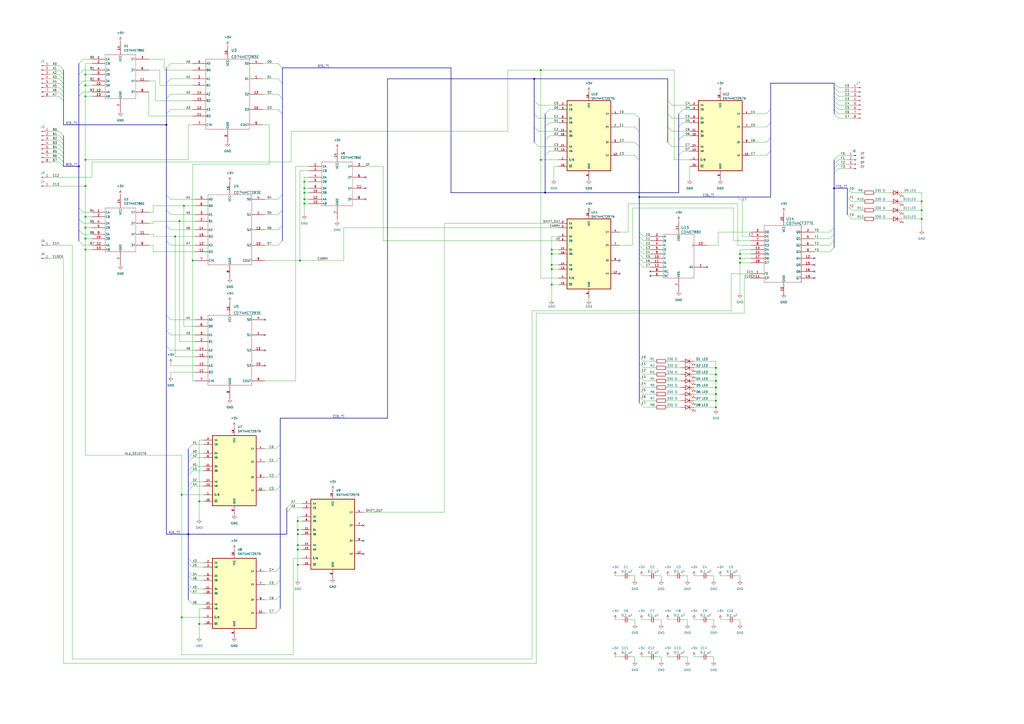
<source format=kicad_sch>
(kicad_sch (version 20211123) (generator eeschema)
  (paper "A2")
  (title_block (title "i281 ALU ") (date "2023-11-18") (rev "2"))
  (junction (at 49.53 43.18))
  (junction (at 429.26 147.32))
  (junction (at 320.04 147.32))
  (junction (at 429.26 152.4))
  (junction (at 429.26 149.86))
  (junction (at 105.41 358.14))
  (junction (at 320.04 156.21))
  (junction (at 415.29 228.6))
  (junction (at 316.23 111.76))
  (junction (at 96.52 72.39))
  (junction (at 49.53 132.08))
  (junction (at 49.53 55.88))
  (junction (at 109.22 309.88))
  (junction (at 415.29 220.98))
  (junction (at 176.53 115.57))
  (junction (at 172.72 302.26))
  (junction (at 176.53 111.76))
  (junction (at 320.04 144.78))
  (junction (at 105.41 287.02))
  (junction (at 320.04 165.1))
  (junction (at 49.53 144.78))
  (junction (at 49.53 49.53))
  (junction (at 313.69 92.71))
  (junction (at 415.29 213.36))
  (junction (at 115.57 290.83))
  (junction (at 173.99 151.13))
  (junction (at 49.53 138.43))
  (junction (at 115.57 361.95))
  (junction (at 534.67 121.92))
  (junction (at 415.29 232.41))
  (junction (at 176.53 105.41))
  (junction (at 111.76 151.13))
  (junction (at 415.29 217.17))
  (junction (at 534.67 116.84))
  (junction (at 370.84 114.3))
  (junction (at 49.53 92.71))
  (junction (at 45.72 96.52))
  (junction (at 172.72 327.66))
  (junction (at 415.29 236.22))
  (junction (at 313.69 40.64))
  (junction (at 172.72 307.34))
  (junction (at 320.04 153.67))
  (junction (at 176.53 118.11))
  (junction (at 309.88 45.72))
  (junction (at 172.72 309.88))
  (junction (at 172.72 316.23))
  (junction (at 176.53 109.22))
  (junction (at 483.87 109.22))
  (junction (at 106.68 119.38))
  (junction (at 101.6 137.16))
  (junction (at 415.29 224.79))
  (junction (at 172.72 318.77))
  (junction (at 534.67 127))
  (junction (at 104.14 128.27))
  (junction (at 49.53 125.73))
  (junction (at 49.53 107.95))
  (no_connect (at 359.41 158.75))
  (no_connect (at 212.09 102.87))
  (no_connect (at 210.82 304.8))
  (no_connect (at 472.44 157.48))
  (no_connect (at 153.67 194.31))
  (no_connect (at 472.44 149.86))
  (no_connect (at 153.67 185.42))
  (no_connect (at 472.44 161.29))
  (no_connect (at 153.67 203.2))
  (no_connect (at 210.82 321.31))
  (no_connect (at 153.67 212.09))
  (no_connect (at 472.44 153.67))
  (no_connect (at 212.09 115.57))
  (no_connect (at 410.21 154.94))
  (no_connect (at 359.41 151.13))
  (no_connect (at 212.09 109.22))
  (no_connect (at 210.82 313.69))
  (bus_entry (at 387.35 82.55) (size 2.54 2.54))
  (bus_entry (at 318.77 87.63) (size -2.54 2.54))
  (bus_entry (at 370.84 147.32) (size 2.54 2.54))
  (bus_entry (at 163.83 130.81) (size -2.54 2.54))
  (bus_entry (at 387.35 58.42) (size 2.54 2.54))
  (bus_entry (at 161.29 63.5) (size 2.54 2.54))
  (bus_entry (at 483.87 53.34) (size 2.54 2.54))
  (bus_entry (at 483.87 63.5) (size 2.54 2.54))
  (bus_entry (at 370.84 218.44) (size 2.54 2.54))
  (bus_entry (at 370.84 229.87) (size 2.54 2.54))
  (bus_entry (at 483.87 55.88) (size 2.54 2.54))
  (bus_entry (at 45.72 127) (size 2.54 2.54))
  (bus_entry (at 370.84 149.86) (size 2.54 2.54))
  (bus_entry (at 109.22 341.63) (size 2.54 2.54))
  (bus_entry (at 111.76 262.89) (size -2.54 2.54))
  (bus_entry (at 34.29 88.9) (size 2.54 2.54))
  (bus_entry (at 162.56 281.94) (size -2.54 2.54))
  (bus_entry (at 162.56 345.44) (size -2.54 2.54))
  (bus_entry (at 45.72 36.83) (size 2.54 -2.54))
  (bus_entry (at 483.87 58.42) (size 2.54 2.54))
  (bus_entry (at 34.29 43.18) (size 2.54 2.54))
  (bus_entry (at 370.84 144.78) (size 2.54 2.54))
  (bus_entry (at 447.04 63.5) (size -2.54 2.54))
  (bus_entry (at 111.76 273.05) (size -2.54 2.54))
  (bus_entry (at 368.3 73.66) (size 2.54 2.54))
  (bus_entry (at 370.84 222.25) (size 2.54 2.54))
  (bus_entry (at 370.84 226.06) (size 2.54 2.54))
  (bus_entry (at 34.29 86.36) (size 2.54 2.54))
  (bus_entry (at 34.29 53.34) (size 2.54 2.54))
  (bus_entry (at 483.87 60.96) (size 2.54 2.54))
  (bus_entry (at 111.76 257.81) (size -2.54 2.54))
  (bus_entry (at 45.72 133.35) (size 2.54 2.54))
  (bus_entry (at 318.77 78.74) (size -2.54 2.54))
  (bus_entry (at 96.52 121.92) (size 2.54 2.54))
  (bus_entry (at 318.77 71.12) (size -2.54 2.54))
  (bus_entry (at 45.72 139.7) (size 2.54 2.54))
  (bus_entry (at 368.3 66.04) (size 2.54 2.54))
  (bus_entry (at 162.56 257.81) (size -2.54 2.54))
  (bus_entry (at 34.29 76.2) (size 2.54 2.54))
  (bus_entry (at 45.72 55.88) (size 2.54 -2.54))
  (bus_entry (at 34.29 81.28) (size 2.54 2.54))
  (bus_entry (at 34.29 55.88) (size 2.54 2.54))
  (bus_entry (at 163.83 121.92) (size -2.54 2.54))
  (bus_entry (at 370.84 152.4) (size 2.54 2.54))
  (bus_entry (at 368.3 90.17) (size 2.54 2.54))
  (bus_entry (at 96.52 130.81) (size 2.54 2.54))
  (bus_entry (at 370.84 233.68) (size 2.54 2.54))
  (bus_entry (at 109.22 331.47) (size 2.54 2.54))
  (bus_entry (at 162.56 265.43) (size -2.54 2.54))
  (bus_entry (at 168.91 294.64) (size -2.54 2.54))
  (bus_entry (at 34.29 78.74) (size 2.54 2.54))
  (bus_entry (at 370.84 139.7) (size 2.54 2.54))
  (bus_entry (at 34.29 48.26) (size 2.54 2.54))
  (bus_entry (at 370.84 210.82) (size 2.54 2.54))
  (bus_entry (at 161.29 36.83) (size 2.54 2.54))
  (bus_entry (at 387.35 73.66) (size 2.54 2.54))
  (bus_entry (at 447.04 87.63) (size -2.54 2.54))
  (bus_entry (at 483.87 139.7) (size -2.54 2.54))
  (bus_entry (at 370.84 134.62) (size 2.54 2.54))
  (bus_entry (at 111.76 265.43) (size -2.54 2.54))
  (bus_entry (at 491.49 119.38) (size 2.54 2.54))
  (bus_entry (at 447.04 71.12) (size -2.54 2.54))
  (bus_entry (at 109.22 323.85) (size 2.54 2.54))
  (bus_entry (at 162.56 328.93) (size -2.54 2.54))
  (bus_entry (at 309.88 73.66) (size 2.54 2.54))
  (bus_entry (at 483.87 50.8) (size 2.54 2.54))
  (bus_entry (at 447.04 80.01) (size -2.54 2.54))
  (bus_entry (at 163.83 139.7) (size -2.54 2.54))
  (bus_entry (at 111.76 270.51) (size -2.54 2.54))
  (bus_entry (at 109.22 347.98) (size 2.54 2.54))
  (bus_entry (at 163.83 113.03) (size -2.54 2.54))
  (bus_entry (at 370.84 214.63) (size 2.54 2.54))
  (bus_entry (at 486.41 95.25) (size -2.54 2.54))
  (bus_entry (at 45.72 49.53) (size 2.54 -2.54))
  (bus_entry (at 483.87 135.89) (size -2.54 2.54))
  (bus_entry (at 162.56 274.32) (size -2.54 2.54))
  (bus_entry (at 318.77 63.5) (size -2.54 2.54))
  (bus_entry (at 34.29 38.1) (size 2.54 2.54))
  (bus_entry (at 486.41 92.71) (size -2.54 2.54))
  (bus_entry (at 396.24 71.12) (size -2.54 2.54))
  (bus_entry (at 34.29 50.8) (size 2.54 2.54))
  (bus_entry (at 109.22 339.09) (size 2.54 2.54))
  (bus_entry (at 309.88 58.42) (size 2.54 2.54))
  (bus_entry (at 161.29 45.72) (size 2.54 2.54))
  (bus_entry (at 370.84 207.01) (size 2.54 2.54))
  (bus_entry (at 370.84 137.16) (size 2.54 2.54))
  (bus_entry (at 309.88 66.04) (size 2.54 2.54))
  (bus_entry (at 483.87 66.04) (size 2.54 2.54))
  (bus_entry (at 483.87 143.51) (size -2.54 2.54))
  (bus_entry (at 109.22 326.39) (size 2.54 2.54))
  (bus_entry (at 34.29 83.82) (size 2.54 2.54))
  (bus_entry (at 483.87 132.08) (size -2.54 2.54))
  (bus_entry (at 368.3 82.55) (size 2.54 2.54))
  (bus_entry (at 168.91 292.1) (size -2.54 2.54))
  (bus_entry (at 387.35 66.04) (size 2.54 2.54))
  (bus_entry (at 96.52 191.77) (size 2.54 2.54))
  (bus_entry (at 427.99 114.3) (size 2.54 2.54))
  (bus_entry (at 96.52 139.7) (size 2.54 2.54))
  (bus_entry (at 486.41 97.79) (size -2.54 2.54))
  (bus_entry (at 99.06 36.83) (size -2.54 2.54))
  (bus_entry (at 96.52 200.66) (size 2.54 2.54))
  (bus_entry (at 396.24 87.63) (size -2.54 2.54))
  (bus_entry (at 34.29 91.44) (size 2.54 2.54))
  (bus_entry (at 161.29 54.61) (size 2.54 2.54))
  (bus_entry (at 491.49 114.3) (size 2.54 2.54))
  (bus_entry (at 99.06 54.61) (size -2.54 2.54))
  (bus_entry (at 45.72 120.65) (size 2.54 2.54))
  (bus_entry (at 34.29 93.98) (size 2.54 2.54))
  (bus_entry (at 396.24 78.74) (size -2.54 2.54))
  (bus_entry (at 96.52 182.88) (size 2.54 2.54))
  (bus_entry (at 162.56 353.06) (size -2.54 2.54))
  (bus_entry (at 99.06 63.5) (size -2.54 2.54))
  (bus_entry (at 491.49 109.22) (size 2.54 2.54))
  (bus_entry (at 483.87 48.26) (size 2.54 2.54))
  (bus_entry (at 396.24 63.5) (size -2.54 2.54))
  (bus_entry (at 111.76 281.94) (size -2.54 2.54))
  (bus_entry (at 34.29 45.72) (size 2.54 2.54))
  (bus_entry (at 111.76 279.4) (size -2.54 2.54))
  (bus_entry (at 309.88 82.55) (size 2.54 2.54))
  (bus_entry (at 491.49 124.46) (size 2.54 2.54))
  (bus_entry (at 96.52 113.03) (size 2.54 2.54))
  (bus_entry (at 486.41 90.17) (size -2.54 2.54))
  (bus_entry (at 34.29 40.64) (size 2.54 2.54))
  (bus_entry (at 162.56 336.55) (size -2.54 2.54))
  (bus_entry (at 99.06 45.72) (size -2.54 2.54))
  (bus_entry (at 109.22 334.01) (size 2.54 2.54))
  (bus_entry (at 370.84 142.24) (size 2.54 2.54))
  (bus_entry (at 45.72 43.18) (size 2.54 -2.54))
  (wire (pts (xy 152.4 72.39) (xy 156.21 72.39)))
  (wire (pts (xy 323.85 96.52) (xy 321.31 96.52)))
  (wire (pts (xy 534.67 116.84) (xy 534.67 121.92)))
  (bus (pts (xy 224.79 45.72) (xy 224.79 242.57)))
  (wire (pts (xy 99.06 63.5) (xy 111.76 63.5)))
  (wire (pts (xy 53.34 93.98) (xy 53.34 102.87)))
  (bus (pts (xy 309.88 45.72) (xy 224.79 45.72)))
  (bus (pts (xy 109.22 309.88) (xy 166.37 309.88)))
  (wire (pts (xy 387.35 236.22) (xy 394.97 236.22)))
  (wire (pts (xy 111.76 49.53) (xy 92.71 49.53)))
  (wire (pts (xy 172.72 302.26) (xy 172.72 307.34)))
  (wire (pts (xy 222.25 139.7) (xy 222.25 96.52)))
  (bus (pts (xy 36.83 72.39) (xy 96.52 72.39)))
  (wire (pts (xy 111.76 326.39) (xy 118.11 326.39)))
  (wire (pts (xy 320.04 156.21) (xy 323.85 156.21)))
  (wire (pts (xy 320.04 153.67) (xy 323.85 153.67)))
  (wire (pts (xy 402.59 228.6) (xy 415.29 228.6)))
  (wire (pts (xy 424.18 158.75) (xy 435.61 158.75)))
  (wire (pts (xy 387.35 232.41) (xy 394.97 232.41)))
  (wire (pts (xy 99.06 124.46) (xy 113.03 124.46)))
  (wire (pts (xy 168.91 292.1) (xy 175.26 292.1)))
  (wire (pts (xy 472.44 146.05) (xy 481.33 146.05)))
  (wire (pts (xy 387.35 381) (xy 391.16 381)))
  (wire (pts (xy 415.29 220.98) (xy 415.29 224.79)))
  (wire (pts (xy 318.77 71.12) (xy 323.85 71.12)))
  (bus (pts (xy 163.83 130.81) (xy 163.83 139.7)))
  (wire (pts (xy 427.99 118.11) (xy 427.99 142.24)))
  (wire (pts (xy 486.41 97.79) (xy 491.49 97.79)))
  (wire (pts (xy 111.76 350.52) (xy 118.11 350.52)))
  (wire (pts (xy 534.67 111.76) (xy 534.67 116.84)))
  (wire (pts (xy 373.38 139.7) (xy 377.19 139.7)))
  (bus (pts (xy 316.23 66.04) (xy 316.23 73.66)))
  (wire (pts (xy 48.26 142.24) (xy 53.34 142.24)))
  (wire (pts (xy 396.24 87.63) (xy 400.05 87.63)))
  (wire (pts (xy 429.26 149.86) (xy 429.26 152.4)))
  (bus (pts (xy 109.22 334.01) (xy 109.22 339.09)))
  (wire (pts (xy 391.16 92.71) (xy 400.05 92.71)))
  (wire (pts (xy 429.26 147.32) (xy 435.61 147.32)))
  (bus (pts (xy 109.22 281.94) (xy 109.22 284.48)))
  (bus (pts (xy 36.83 83.82) (xy 36.83 86.36)))
  (wire (pts (xy 294.64 40.64) (xy 313.69 40.64)))
  (wire (pts (xy 168.91 93.98) (xy 53.34 93.98)))
  (wire (pts (xy 367.03 142.24) (xy 359.41 142.24)))
  (wire (pts (xy 29.21 55.88) (xy 34.29 55.88)))
  (wire (pts (xy 176.53 109.22) (xy 176.53 111.76)))
  (bus (pts (xy 370.84 149.86) (xy 370.84 152.4)))
  (wire (pts (xy 172.72 302.26) (xy 175.26 302.26)))
  (wire (pts (xy 115.57 353.06) (xy 115.57 361.95)))
  (wire (pts (xy 113.03 207.01) (xy 101.6 207.01)))
  (wire (pts (xy 111.76 328.93) (xy 118.11 328.93)))
  (wire (pts (xy 364.49 134.62) (xy 359.41 134.62)))
  (wire (pts (xy 391.16 40.64) (xy 391.16 92.71)))
  (wire (pts (xy 176.53 118.11) (xy 176.53 124.46)))
  (wire (pts (xy 494.03 116.84) (xy 500.38 116.84)))
  (wire (pts (xy 318.77 63.5) (xy 323.85 63.5)))
  (wire (pts (xy 523.24 127) (xy 534.67 127)))
  (bus (pts (xy 109.22 331.47) (xy 109.22 334.01)))
  (wire (pts (xy 396.24 71.12) (xy 400.05 71.12)))
  (bus (pts (xy 483.87 100.33) (xy 483.87 109.22)))
  (bus (pts (xy 483.87 97.79) (xy 483.87 100.33)))
  (bus (pts (xy 45.72 55.88) (xy 45.72 96.52)))
  (bus (pts (xy 96.52 57.15) (xy 96.52 66.04)))
  (bus (pts (xy 370.84 114.3) (xy 427.99 114.3)))
  (wire (pts (xy 389.89 76.2) (xy 400.05 76.2)))
  (wire (pts (xy 111.76 40.64) (xy 95.25 40.64)))
  (bus (pts (xy 36.83 81.28) (xy 36.83 83.82)))
  (wire (pts (xy 472.44 142.24) (xy 481.33 142.24)))
  (wire (pts (xy 402.59 209.55) (xy 415.29 209.55)))
  (wire (pts (xy 172.72 309.88) (xy 175.26 309.88)))
  (wire (pts (xy 294.64 76.2) (xy 168.91 76.2)))
  (wire (pts (xy 111.76 95.25) (xy 111.76 151.13)))
  (wire (pts (xy 88.9 129.54) (xy 86.36 129.54)))
  (bus (pts (xy 316.23 90.17) (xy 316.23 111.76)))
  (wire (pts (xy 323.85 137.16) (xy 320.04 137.16)))
  (wire (pts (xy 364.49 118.11) (xy 364.49 134.62)))
  (wire (pts (xy 49.53 132.08) (xy 49.53 138.43)))
  (wire (pts (xy 387.35 209.55) (xy 394.97 209.55)))
  (wire (pts (xy 381 334.01) (xy 383.54 334.01)))
  (wire (pts (xy 153.67 331.47) (xy 160.02 331.47)))
  (bus (pts (xy 483.87 109.22) (xy 483.87 132.08)))
  (wire (pts (xy 95.25 40.64) (xy 95.25 34.29)))
  (wire (pts (xy 454.66 170.18) (xy 454.66 171.45)))
  (bus (pts (xy 109.22 323.85) (xy 109.22 326.39)))
  (wire (pts (xy 29.21 78.74) (xy 34.29 78.74)))
  (wire (pts (xy 88.9 119.38) (xy 88.9 123.19)))
  (wire (pts (xy 486.41 95.25) (xy 491.49 95.25)))
  (wire (pts (xy 99.06 194.31) (xy 113.03 194.31)))
  (wire (pts (xy 36.83 384.81) (xy 36.83 149.86)))
  (wire (pts (xy 49.53 125.73) (xy 49.53 132.08)))
  (wire (pts (xy 494.03 58.42) (xy 486.41 58.42)))
  (wire (pts (xy 494.03 55.88) (xy 486.41 55.88)))
  (wire (pts (xy 402.59 213.36) (xy 415.29 213.36)))
  (bus (pts (xy 387.35 73.66) (xy 387.35 82.55)))
  (bus (pts (xy 163.83 121.92) (xy 163.83 130.81)))
  (wire (pts (xy 387.35 334.01) (xy 391.16 334.01)))
  (wire (pts (xy 373.38 142.24) (xy 377.19 142.24)))
  (wire (pts (xy 152.4 54.61) (xy 161.29 54.61)))
  (wire (pts (xy 415.29 217.17) (xy 415.29 220.98)))
  (wire (pts (xy 398.78 381) (xy 398.78 383.54)))
  (wire (pts (xy 176.53 118.11) (xy 179.07 118.11)))
  (wire (pts (xy 311.15 384.81) (xy 36.83 384.81)))
  (wire (pts (xy 104.14 128.27) (xy 113.03 128.27)))
  (wire (pts (xy 311.15 181.61) (xy 311.15 384.81)))
  (wire (pts (xy 49.53 49.53) (xy 53.34 49.53)))
  (bus (pts (xy 36.83 43.18) (xy 36.83 45.72)))
  (bus (pts (xy 387.35 58.42) (xy 387.35 66.04)))
  (bus (pts (xy 163.83 66.04) (xy 163.83 113.03)))
  (wire (pts (xy 308.61 180.34) (xy 308.61 382.27)))
  (wire (pts (xy 172.72 327.66) (xy 172.72 336.55)))
  (wire (pts (xy 29.21 149.86) (xy 36.83 149.86)))
  (wire (pts (xy 424.18 158.75) (xy 424.18 180.34)))
  (bus (pts (xy 96.52 48.26) (xy 96.52 57.15)))
  (wire (pts (xy 313.69 40.64) (xy 313.69 92.71)))
  (wire (pts (xy 106.68 119.38) (xy 88.9 119.38)))
  (bus (pts (xy 45.72 127) (xy 45.72 133.35)))
  (bus (pts (xy 162.56 257.81) (xy 162.56 242.57)))
  (wire (pts (xy 320.04 144.78) (xy 323.85 144.78)))
  (bus (pts (xy 370.84 137.16) (xy 370.84 139.7)))
  (bus (pts (xy 309.88 66.04) (xy 309.88 73.66)))
  (wire (pts (xy 49.53 55.88) (xy 53.34 55.88)))
  (wire (pts (xy 113.03 198.12) (xy 104.14 198.12)))
  (bus (pts (xy 166.37 294.64) (xy 166.37 297.18)))
  (wire (pts (xy 101.6 137.16) (xy 113.03 137.16)))
  (bus (pts (xy 370.84 147.32) (xy 370.84 149.86)))
  (wire (pts (xy 111.76 95.25) (xy 156.21 95.25)))
  (wire (pts (xy 172.72 316.23) (xy 175.26 316.23)))
  (bus (pts (xy 163.83 113.03) (xy 163.83 121.92)))
  (bus (pts (xy 162.56 281.94) (xy 162.56 274.32)))
  (wire (pts (xy 313.69 40.64) (xy 391.16 40.64)))
  (bus (pts (xy 309.88 73.66) (xy 309.88 82.55)))
  (wire (pts (xy 49.53 107.95) (xy 49.53 125.73)))
  (bus (pts (xy 163.83 48.26) (xy 163.83 57.15)))
  (bus (pts (xy 45.72 133.35) (xy 45.72 139.7)))
  (wire (pts (xy 435.61 82.55) (xy 444.5 82.55)))
  (wire (pts (xy 414.02 334.01) (xy 414.02 336.55)))
  (bus (pts (xy 370.84 152.4) (xy 370.84 207.01)))
  (wire (pts (xy 48.26 46.99) (xy 53.34 46.99)))
  (wire (pts (xy 99.06 54.61) (xy 111.76 54.61)))
  (wire (pts (xy 472.44 134.62) (xy 481.33 134.62)))
  (wire (pts (xy 402.59 381) (xy 406.4 381)))
  (wire (pts (xy 153.67 124.46) (xy 161.29 124.46)))
  (bus (pts (xy 162.56 336.55) (xy 162.56 328.93)))
  (wire (pts (xy 104.14 198.12) (xy 104.14 128.27)))
  (wire (pts (xy 170.18 323.85) (xy 175.26 323.85)))
  (wire (pts (xy 105.41 287.02) (xy 118.11 287.02)))
  (wire (pts (xy 431.8 161.29) (xy 431.8 181.61)))
  (bus (pts (xy 261.62 111.76) (xy 316.23 111.76)))
  (wire (pts (xy 416.56 134.62) (xy 435.61 134.62)))
  (bus (pts (xy 483.87 95.25) (xy 483.87 97.79)))
  (wire (pts (xy 29.21 86.36) (xy 34.29 86.36)))
  (wire (pts (xy 365.76 334.01) (xy 368.3 334.01)))
  (wire (pts (xy 508 127) (xy 515.62 127)))
  (bus (pts (xy 387.35 66.04) (xy 387.35 73.66)))
  (wire (pts (xy 425.45 139.7) (xy 435.61 139.7)))
  (bus (pts (xy 109.22 309.88) (xy 109.22 323.85)))
  (wire (pts (xy 373.38 228.6) (xy 379.73 228.6)))
  (wire (pts (xy 415.29 228.6) (xy 415.29 232.41)))
  (wire (pts (xy 92.71 40.64) (xy 86.36 40.64)))
  (wire (pts (xy 106.68 119.38) (xy 106.68 189.23)))
  (wire (pts (xy 373.38 149.86) (xy 377.19 149.86)))
  (bus (pts (xy 45.72 43.18) (xy 45.72 49.53)))
  (wire (pts (xy 359.41 66.04) (xy 368.3 66.04)))
  (wire (pts (xy 410.21 142.24) (xy 416.56 142.24)))
  (wire (pts (xy 29.21 53.34) (xy 34.29 53.34)))
  (wire (pts (xy 153.67 220.98) (xy 171.45 220.98)))
  (bus (pts (xy 483.87 63.5) (xy 483.87 66.04)))
  (bus (pts (xy 483.87 50.8) (xy 483.87 53.34)))
  (wire (pts (xy 400.05 96.52) (xy 400.05 104.14)))
  (bus (pts (xy 36.83 40.64) (xy 36.83 43.18)))
  (wire (pts (xy 426.72 334.01) (xy 429.26 334.01)))
  (wire (pts (xy 199.39 132.08) (xy 199.39 151.13)))
  (wire (pts (xy 118.11 361.95) (xy 115.57 361.95)))
  (wire (pts (xy 49.53 92.71) (xy 49.53 55.88)))
  (bus (pts (xy 316.23 73.66) (xy 316.23 81.28)))
  (wire (pts (xy 365.76 359.41) (xy 368.3 359.41)))
  (wire (pts (xy 113.03 119.38) (xy 106.68 119.38)))
  (wire (pts (xy 156.21 72.39) (xy 156.21 95.25)))
  (bus (pts (xy 109.22 275.59) (xy 109.22 281.94)))
  (wire (pts (xy 113.03 189.23) (xy 106.68 189.23)))
  (bus (pts (xy 36.83 86.36) (xy 36.83 88.9)))
  (bus (pts (xy 96.52 66.04) (xy 96.52 72.39)))
  (wire (pts (xy 179.07 102.87) (xy 176.53 102.87)))
  (bus (pts (xy 96.52 139.7) (xy 96.52 182.88)))
  (wire (pts (xy 173.99 99.06) (xy 179.07 99.06)))
  (bus (pts (xy 36.83 78.74) (xy 36.83 81.28)))
  (wire (pts (xy 29.21 102.87) (xy 53.34 102.87)))
  (wire (pts (xy 373.38 213.36) (xy 379.73 213.36)))
  (wire (pts (xy 494.03 53.34) (xy 486.41 53.34)))
  (wire (pts (xy 429.26 147.32) (xy 429.26 149.86)))
  (wire (pts (xy 88.9 128.27) (xy 88.9 129.54)))
  (wire (pts (xy 356.87 381) (xy 360.68 381)))
  (wire (pts (xy 486.41 92.71) (xy 491.49 92.71)))
  (bus (pts (xy 162.56 328.93) (xy 162.56 281.94)))
  (wire (pts (xy 168.91 76.2) (xy 168.91 93.98)))
  (bus (pts (xy 483.87 132.08) (xy 483.87 135.89)))
  (wire (pts (xy 49.53 144.78) (xy 53.34 144.78)))
  (wire (pts (xy 429.26 152.4) (xy 435.61 152.4)))
  (wire (pts (xy 425.45 120.65) (xy 425.45 139.7)))
  (wire (pts (xy 398.78 334.01) (xy 398.78 336.55)))
  (wire (pts (xy 172.72 309.88) (xy 172.72 316.23)))
  (bus (pts (xy 162.56 353.06) (xy 162.56 345.44)))
  (wire (pts (xy 111.76 279.4) (xy 118.11 279.4)))
  (wire (pts (xy 387.35 224.79) (xy 394.97 224.79)))
  (wire (pts (xy 92.71 49.53) (xy 92.71 40.64)))
  (wire (pts (xy 49.53 132.08) (xy 53.34 132.08)))
  (wire (pts (xy 49.53 138.43) (xy 53.34 138.43)))
  (wire (pts (xy 29.21 76.2) (xy 34.29 76.2)))
  (wire (pts (xy 312.42 60.96) (xy 323.85 60.96)))
  (wire (pts (xy 373.38 209.55) (xy 379.73 209.55)))
  (wire (pts (xy 387.35 359.41) (xy 391.16 359.41)))
  (wire (pts (xy 90.17 58.42) (xy 90.17 46.99)))
  (wire (pts (xy 99.06 215.9) (xy 99.06 218.44)))
  (bus (pts (xy 309.88 45.72) (xy 387.35 45.72)))
  (wire (pts (xy 153.67 115.57) (xy 161.29 115.57)))
  (wire (pts (xy 398.78 359.41) (xy 398.78 361.95)))
  (wire (pts (xy 111.76 257.81) (xy 118.11 257.81)))
  (wire (pts (xy 389.89 85.09) (xy 400.05 85.09)))
  (bus (pts (xy 316.23 111.76) (xy 393.7 111.76)))
  (wire (pts (xy 172.72 307.34) (xy 172.72 309.88)))
  (wire (pts (xy 320.04 147.32) (xy 323.85 147.32)))
  (wire (pts (xy 172.72 307.34) (xy 175.26 307.34)))
  (wire (pts (xy 172.72 316.23) (xy 172.72 318.77)))
  (wire (pts (xy 523.24 121.92) (xy 534.67 121.92)))
  (wire (pts (xy 313.69 92.71) (xy 313.69 161.29)))
  (wire (pts (xy 313.69 92.71) (xy 323.85 92.71)))
  (wire (pts (xy 99.06 45.72) (xy 111.76 45.72)))
  (wire (pts (xy 411.48 381) (xy 414.02 381)))
  (bus (pts (xy 45.72 49.53) (xy 45.72 55.88)))
  (wire (pts (xy 523.24 111.76) (xy 534.67 111.76)))
  (bus (pts (xy 163.83 57.15) (xy 163.83 66.04)))
  (wire (pts (xy 105.41 358.14) (xy 105.41 379.73)))
  (wire (pts (xy 341.63 121.92) (xy 341.63 123.19)))
  (wire (pts (xy 109.22 72.39) (xy 111.76 72.39)))
  (wire (pts (xy 389.89 68.58) (xy 400.05 68.58)))
  (wire (pts (xy 313.69 161.29) (xy 323.85 161.29)))
  (wire (pts (xy 414.02 381) (xy 414.02 383.54)))
  (wire (pts (xy 411.48 334.01) (xy 414.02 334.01)))
  (wire (pts (xy 173.99 151.13) (xy 199.39 151.13)))
  (wire (pts (xy 173.99 99.06) (xy 173.99 151.13)))
  (wire (pts (xy 105.41 264.16) (xy 105.41 287.02)))
  (bus (pts (xy 370.84 218.44) (xy 370.84 222.25)))
  (wire (pts (xy 152.4 36.83) (xy 161.29 36.83)))
  (bus (pts (xy 370.84 222.25) (xy 370.84 226.06)))
  (bus (pts (xy 162.56 274.32) (xy 162.56 265.43)))
  (wire (pts (xy 111.76 67.31) (xy 86.36 67.31)))
  (bus (pts (xy 370.84 144.78) (xy 370.84 147.32)))
  (wire (pts (xy 153.67 151.13) (xy 173.99 151.13)))
  (wire (pts (xy 111.76 273.05) (xy 118.11 273.05)))
  (wire (pts (xy 48.26 53.34) (xy 53.34 53.34)))
  (wire (pts (xy 111.76 262.89) (xy 118.11 262.89)))
  (wire (pts (xy 431.8 181.61) (xy 311.15 181.61)))
  (bus (pts (xy 109.22 326.39) (xy 109.22 331.47)))
  (wire (pts (xy 118.11 255.27) (xy 115.57 255.27)))
  (wire (pts (xy 396.24 334.01) (xy 398.78 334.01)))
  (wire (pts (xy 153.67 355.6) (xy 160.02 355.6)))
  (wire (pts (xy 48.26 34.29) (xy 53.34 34.29)))
  (wire (pts (xy 170.18 323.85) (xy 170.18 379.73)))
  (wire (pts (xy 179.07 96.52) (xy 171.45 96.52)))
  (wire (pts (xy 320.04 165.1) (xy 320.04 173.99)))
  (bus (pts (xy 162.56 242.57) (xy 224.79 242.57)))
  (wire (pts (xy 212.09 96.52) (xy 222.25 96.52)))
  (bus (pts (xy 483.87 135.89) (xy 483.87 139.7)))
  (bus (pts (xy 483.87 92.71) (xy 483.87 95.25)))
  (bus (pts (xy 370.84 210.82) (xy 370.84 214.63)))
  (wire (pts (xy 318.77 78.74) (xy 323.85 78.74)))
  (wire (pts (xy 414.02 359.41) (xy 414.02 361.95)))
  (wire (pts (xy 111.76 151.13) (xy 111.76 220.98)))
  (bus (pts (xy 36.83 53.34) (xy 36.83 55.88)))
  (wire (pts (xy 373.38 152.4) (xy 377.19 152.4)))
  (wire (pts (xy 153.67 339.09) (xy 160.02 339.09)))
  (bus (pts (xy 491.49 114.3) (xy 491.49 119.38)))
  (wire (pts (xy 415.29 209.55) (xy 415.29 213.36)))
  (bus (pts (xy 447.04 63.5) (xy 447.04 71.12)))
  (wire (pts (xy 387.35 213.36) (xy 394.97 213.36)))
  (wire (pts (xy 29.21 50.8) (xy 34.29 50.8)))
  (bus (pts (xy 370.84 134.62) (xy 370.84 137.16)))
  (wire (pts (xy 320.04 165.1) (xy 323.85 165.1)))
  (wire (pts (xy 88.9 146.05) (xy 88.9 142.24)))
  (wire (pts (xy 175.26 299.72) (xy 172.72 299.72)))
  (wire (pts (xy 383.54 381) (xy 383.54 383.54)))
  (wire (pts (xy 373.38 154.94) (xy 377.19 154.94)))
  (bus (pts (xy 370.84 139.7) (xy 370.84 142.24)))
  (wire (pts (xy 168.91 294.64) (xy 175.26 294.64)))
  (wire (pts (xy 373.38 224.79) (xy 379.73 224.79)))
  (bus (pts (xy 483.87 60.96) (xy 483.87 63.5)))
  (wire (pts (xy 396.24 381) (xy 398.78 381)))
  (wire (pts (xy 111.76 336.55) (xy 118.11 336.55)))
  (wire (pts (xy 109.22 72.39) (xy 109.22 92.71)))
  (wire (pts (xy 381 359.41) (xy 383.54 359.41)))
  (wire (pts (xy 29.21 88.9) (xy 34.29 88.9)))
  (wire (pts (xy 29.21 43.18) (xy 34.29 43.18)))
  (wire (pts (xy 365.76 381) (xy 368.3 381)))
  (wire (pts (xy 86.36 46.99) (xy 90.17 46.99)))
  (wire (pts (xy 387.35 220.98) (xy 394.97 220.98)))
  (wire (pts (xy 49.53 125.73) (xy 53.34 125.73)))
  (bus (pts (xy 162.56 265.43) (xy 162.56 257.81)))
  (bus (pts (xy 45.72 36.83) (xy 45.72 43.18)))
  (bus (pts (xy 370.84 85.09) (xy 370.84 92.71)))
  (wire (pts (xy 415.29 236.22) (xy 415.29 237.49)))
  (bus (pts (xy 96.52 121.92) (xy 96.52 130.81)))
  (wire (pts (xy 320.04 153.67) (xy 320.04 156.21)))
  (wire (pts (xy 49.53 92.71) (xy 109.22 92.71)))
  (wire (pts (xy 111.76 220.98) (xy 113.03 220.98)))
  (wire (pts (xy 387.35 228.6) (xy 394.97 228.6)))
  (wire (pts (xy 113.03 215.9) (xy 99.06 215.9)))
  (wire (pts (xy 99.06 142.24) (xy 113.03 142.24)))
  (wire (pts (xy 222.25 139.7) (xy 323.85 139.7)))
  (wire (pts (xy 381 381) (xy 383.54 381)))
  (wire (pts (xy 49.53 107.95) (xy 49.53 92.71)))
  (wire (pts (xy 435.61 73.66) (xy 444.5 73.66)))
  (wire (pts (xy 29.21 93.98) (xy 34.29 93.98)))
  (wire (pts (xy 508 111.76) (xy 515.62 111.76)))
  (wire (pts (xy 372.11 381) (xy 375.92 381)))
  (wire (pts (xy 88.9 142.24) (xy 86.36 142.24)))
  (bus (pts (xy 109.22 284.48) (xy 109.22 309.88)))
  (bus (pts (xy 36.83 96.52) (xy 45.72 96.52)))
  (bus (pts (xy 316.23 81.28) (xy 316.23 90.17)))
  (wire (pts (xy 373.38 137.16) (xy 377.19 137.16)))
  (wire (pts (xy 364.49 118.11) (xy 427.99 118.11)))
  (bus (pts (xy 393.7 66.04) (xy 393.7 73.66)))
  (wire (pts (xy 29.21 45.72) (xy 34.29 45.72)))
  (bus (pts (xy 109.22 267.97) (xy 109.22 273.05)))
  (wire (pts (xy 99.06 210.82) (xy 99.06 212.09)))
  (wire (pts (xy 312.42 85.09) (xy 323.85 85.09)))
  (wire (pts (xy 508 116.84) (xy 515.62 116.84)))
  (wire (pts (xy 427.99 142.24) (xy 435.61 142.24)))
  (bus (pts (xy 309.88 58.42) (xy 309.88 66.04)))
  (bus (pts (xy 45.72 96.52) (xy 45.72 120.65)))
  (bus (pts (xy 483.87 58.42) (xy 483.87 60.96)))
  (wire (pts (xy 111.76 58.42) (xy 90.17 58.42)))
  (wire (pts (xy 429.26 144.78) (xy 429.26 147.32)))
  (wire (pts (xy 494.03 50.8) (xy 486.41 50.8)))
  (wire (pts (xy 49.53 138.43) (xy 49.53 144.78)))
  (wire (pts (xy 105.41 358.14) (xy 118.11 358.14)))
  (wire (pts (xy 99.06 115.57) (xy 113.03 115.57)))
  (bus (pts (xy 36.83 55.88) (xy 36.83 58.42)))
  (wire (pts (xy 383.54 359.41) (xy 383.54 361.95)))
  (wire (pts (xy 176.53 105.41) (xy 179.07 105.41)))
  (wire (pts (xy 402.59 236.22) (xy 415.29 236.22)))
  (bus (pts (xy 36.83 93.98) (xy 36.83 96.52)))
  (wire (pts (xy 320.04 137.16) (xy 320.04 144.78)))
  (wire (pts (xy 111.76 151.13) (xy 113.03 151.13)))
  (wire (pts (xy 41.91 382.27) (xy 41.91 142.24)))
  (bus (pts (xy 36.83 88.9) (xy 36.83 91.44)))
  (bus (pts (xy 491.49 109.22) (xy 491.49 114.3)))
  (bus (pts (xy 393.7 73.66) (xy 393.7 81.28)))
  (wire (pts (xy 523.24 116.84) (xy 534.67 116.84)))
  (wire (pts (xy 494.03 68.58) (xy 486.41 68.58)))
  (wire (pts (xy 176.53 111.76) (xy 176.53 115.57)))
  (wire (pts (xy 153.67 133.35) (xy 161.29 133.35)))
  (wire (pts (xy 101.6 137.16) (xy 88.9 137.16)))
  (bus (pts (xy 483.87 139.7) (xy 483.87 143.51)))
  (bus (pts (xy 36.83 58.42) (xy 36.83 72.39)))
  (wire (pts (xy 115.57 361.95) (xy 115.57 369.57)))
  (bus (pts (xy 370.84 214.63) (xy 370.84 218.44)))
  (wire (pts (xy 29.21 142.24) (xy 41.91 142.24)))
  (wire (pts (xy 294.64 40.64) (xy 294.64 76.2)))
  (bus (pts (xy 109.22 265.43) (xy 109.22 267.97)))
  (bus (pts (xy 370.84 207.01) (xy 370.84 210.82)))
  (wire (pts (xy 29.21 48.26) (xy 34.29 48.26)))
  (bus (pts (xy 261.62 39.37) (xy 261.62 111.76)))
  (wire (pts (xy 257.81 129.54) (xy 257.81 297.18)))
  (wire (pts (xy 308.61 382.27) (xy 41.91 382.27)))
  (wire (pts (xy 153.67 347.98) (xy 160.02 347.98)))
  (bus (pts (xy 447.04 48.26) (xy 483.87 48.26)))
  (wire (pts (xy 430.53 116.84) (xy 430.53 137.16)))
  (wire (pts (xy 152.4 63.5) (xy 161.29 63.5)))
  (bus (pts (xy 483.87 48.26) (xy 483.87 50.8)))
  (wire (pts (xy 402.59 334.01) (xy 406.4 334.01)))
  (bus (pts (xy 447.04 87.63) (xy 447.04 114.3)))
  (bus (pts (xy 109.22 273.05) (xy 109.22 275.59)))
  (wire (pts (xy 99.06 133.35) (xy 113.03 133.35)))
  (wire (pts (xy 176.53 105.41) (xy 176.53 109.22)))
  (wire (pts (xy 170.18 379.73) (xy 105.41 379.73)))
  (wire (pts (xy 48.26 135.89) (xy 53.34 135.89)))
  (wire (pts (xy 402.59 232.41) (xy 415.29 232.41)))
  (wire (pts (xy 396.24 359.41) (xy 398.78 359.41)))
  (wire (pts (xy 86.36 67.31) (xy 86.36 53.34)))
  (wire (pts (xy 389.89 60.96) (xy 400.05 60.96)))
  (bus (pts (xy 96.52 130.81) (xy 96.52 139.7)))
  (wire (pts (xy 172.72 318.77) (xy 175.26 318.77)))
  (wire (pts (xy 153.67 260.35) (xy 160.02 260.35)))
  (bus (pts (xy 109.22 341.63) (xy 109.22 347.98)))
  (wire (pts (xy 195.58 127) (xy 195.58 128.27)))
  (wire (pts (xy 472.44 138.43) (xy 481.33 138.43)))
  (wire (pts (xy 48.26 129.54) (xy 53.34 129.54)))
  (wire (pts (xy 172.72 299.72) (xy 172.72 302.26)))
  (wire (pts (xy 104.14 128.27) (xy 88.9 128.27)))
  (wire (pts (xy 111.76 344.17) (xy 118.11 344.17)))
  (bus (pts (xy 483.87 109.22) (xy 491.49 109.22)))
  (bus (pts (xy 96.52 182.88) (xy 96.52 191.77)))
  (wire (pts (xy 49.53 43.18) (xy 49.53 36.83)))
  (bus (pts (xy 109.22 260.35) (xy 109.22 265.43)))
  (wire (pts (xy 113.03 146.05) (xy 88.9 146.05)))
  (wire (pts (xy 435.61 90.17) (xy 444.5 90.17)))
  (wire (pts (xy 373.38 217.17) (xy 379.73 217.17)))
  (wire (pts (xy 368.3 359.41) (xy 368.3 361.95)))
  (bus (pts (xy 36.83 48.26) (xy 36.83 50.8)))
  (wire (pts (xy 494.03 60.96) (xy 486.41 60.96)))
  (wire (pts (xy 508 121.92) (xy 515.62 121.92)))
  (wire (pts (xy 341.63 172.72) (xy 341.63 173.99)))
  (wire (pts (xy 396.24 63.5) (xy 400.05 63.5)))
  (bus (pts (xy 393.7 90.17) (xy 393.7 111.76)))
  (wire (pts (xy 88.9 135.89) (xy 86.36 135.89)))
  (wire (pts (xy 373.38 232.41) (xy 379.73 232.41)))
  (wire (pts (xy 534.67 127) (xy 534.67 133.35)))
  (bus (pts (xy 447.04 48.26) (xy 447.04 63.5)))
  (wire (pts (xy 402.59 220.98) (xy 415.29 220.98)))
  (bus (pts (xy 483.87 55.88) (xy 483.87 58.42)))
  (bus (pts (xy 36.83 45.72) (xy 36.83 48.26)))
  (wire (pts (xy 175.26 327.66) (xy 172.72 327.66)))
  (bus (pts (xy 370.84 114.3) (xy 370.84 134.62)))
  (bus (pts (xy 45.72 120.65) (xy 45.72 127)))
  (wire (pts (xy 430.53 137.16) (xy 435.61 137.16)))
  (bus (pts (xy 370.84 142.24) (xy 370.84 144.78)))
  (wire (pts (xy 111.76 341.63) (xy 118.11 341.63)))
  (bus (pts (xy 447.04 80.01) (xy 447.04 87.63)))
  (wire (pts (xy 402.59 224.79) (xy 415.29 224.79)))
  (bus (pts (xy 387.35 45.72) (xy 387.35 58.42)))
  (wire (pts (xy 435.61 66.04) (xy 444.5 66.04)))
  (bus (pts (xy 483.87 53.34) (xy 483.87 55.88)))
  (wire (pts (xy 101.6 137.16) (xy 101.6 207.01)))
  (wire (pts (xy 105.41 287.02) (xy 105.41 358.14)))
  (wire (pts (xy 99.06 203.2) (xy 113.03 203.2)))
  (bus (pts (xy 96.52 39.37) (xy 96.52 48.26)))
  (wire (pts (xy 176.53 111.76) (xy 179.07 111.76)))
  (wire (pts (xy 152.4 45.72) (xy 161.29 45.72)))
  (wire (pts (xy 367.03 120.65) (xy 425.45 120.65)))
  (bus (pts (xy 36.83 50.8) (xy 36.83 53.34)))
  (wire (pts (xy 115.57 290.83) (xy 118.11 290.83)))
  (wire (pts (xy 176.53 115.57) (xy 179.07 115.57)))
  (wire (pts (xy 111.76 270.51) (xy 118.11 270.51)))
  (wire (pts (xy 356.87 334.01) (xy 360.68 334.01)))
  (wire (pts (xy 29.21 81.28) (xy 34.29 81.28)))
  (wire (pts (xy 176.53 109.22) (xy 179.07 109.22)))
  (bus (pts (xy 447.04 71.12) (xy 447.04 80.01)))
  (wire (pts (xy 88.9 123.19) (xy 86.36 123.19)))
  (wire (pts (xy 494.03 66.04) (xy 486.41 66.04)))
  (wire (pts (xy 426.72 359.41) (xy 429.26 359.41)))
  (wire (pts (xy 29.21 83.82) (xy 34.29 83.82)))
  (wire (pts (xy 534.67 121.92) (xy 534.67 127)))
  (wire (pts (xy 367.03 120.65) (xy 367.03 142.24)))
  (wire (pts (xy 494.03 63.5) (xy 486.41 63.5)))
  (wire (pts (xy 171.45 96.52) (xy 171.45 220.98)))
  (wire (pts (xy 118.11 353.06) (xy 115.57 353.06)))
  (wire (pts (xy 49.53 264.16) (xy 105.41 264.16)))
  (wire (pts (xy 48.26 123.19) (xy 53.34 123.19)))
  (wire (pts (xy 176.53 102.87) (xy 176.53 105.41)))
  (wire (pts (xy 95.25 34.29) (xy 86.36 34.29)))
  (bus (pts (xy 370.84 76.2) (xy 370.84 85.09)))
  (wire (pts (xy 435.61 144.78) (xy 429.26 144.78)))
  (wire (pts (xy 29.21 107.95) (xy 49.53 107.95)))
  (bus (pts (xy 96.52 200.66) (xy 96.52 309.88)))
  (wire (pts (xy 29.21 91.44) (xy 34.29 91.44)))
  (wire (pts (xy 29.21 40.64) (xy 34.29 40.64)))
  (wire (pts (xy 368.3 334.01) (xy 368.3 336.55)))
  (wire (pts (xy 359.41 82.55) (xy 368.3 82.55)))
  (wire (pts (xy 373.38 144.78) (xy 377.19 144.78)))
  (wire (pts (xy 494.03 111.76) (xy 500.38 111.76)))
  (wire (pts (xy 429.26 152.4) (xy 429.26 170.18)))
  (wire (pts (xy 415.29 232.41) (xy 415.29 236.22)))
  (wire (pts (xy 417.83 359.41) (xy 421.64 359.41)))
  (wire (pts (xy 417.83 334.01) (xy 421.64 334.01)))
  (wire (pts (xy 359.41 90.17) (xy 368.3 90.17)))
  (bus (pts (xy 96.52 309.88) (xy 109.22 309.88)))
  (bus (pts (xy 370.84 229.87) (xy 370.84 233.68)))
  (wire (pts (xy 435.61 161.29) (xy 431.8 161.29)))
  (wire (pts (xy 429.26 149.86) (xy 435.61 149.86)))
  (bus (pts (xy 96.52 72.39) (xy 96.52 113.03)))
  (bus (pts (xy 166.37 297.18) (xy 166.37 309.88)))
  (bus (pts (xy 162.56 345.44) (xy 162.56 336.55)))
  (wire (pts (xy 372.11 334.01) (xy 375.92 334.01)))
  (wire (pts (xy 88.9 137.16) (xy 88.9 135.89)))
  (bus (pts (xy 309.88 45.72) (xy 309.88 58.42)))
  (bus (pts (xy 96.52 113.03) (xy 96.52 121.92)))
  (wire (pts (xy 99.06 185.42) (xy 113.03 185.42)))
  (wire (pts (xy 321.31 96.52) (xy 321.31 104.14)))
  (wire (pts (xy 99.06 36.83) (xy 111.76 36.83)))
  (wire (pts (xy 210.82 297.18) (xy 257.81 297.18)))
  (wire (pts (xy 368.3 381) (xy 368.3 383.54)))
  (bus (pts (xy 370.84 92.71) (xy 370.84 114.3)))
  (wire (pts (xy 373.38 220.98) (xy 379.73 220.98)))
  (wire (pts (xy 373.38 147.32) (xy 377.19 147.32)))
  (wire (pts (xy 416.56 142.24) (xy 416.56 134.62)))
  (wire (pts (xy 115.57 290.83) (xy 115.57 300.99)))
  (wire (pts (xy 312.42 76.2) (xy 323.85 76.2)))
  (wire (pts (xy 111.76 265.43) (xy 118.11 265.43)))
  (wire (pts (xy 402.59 217.17) (xy 415.29 217.17)))
  (bus (pts (xy 163.83 39.37) (xy 261.62 39.37)))
  (wire (pts (xy 153.67 267.97) (xy 160.02 267.97)))
  (bus (pts (xy 96.52 191.77) (xy 96.52 200.66)))
  (wire (pts (xy 356.87 359.41) (xy 360.68 359.41)))
  (wire (pts (xy 494.03 127) (xy 500.38 127)))
  (wire (pts (xy 318.77 87.63) (xy 323.85 87.63)))
  (wire (pts (xy 49.53 55.88) (xy 49.53 49.53)))
  (wire (pts (xy 372.11 359.41) (xy 375.92 359.41)))
  (bus (pts (xy 427.99 114.3) (xy 447.04 114.3)))
  (wire (pts (xy 415.29 213.36) (xy 415.29 217.17)))
  (wire (pts (xy 111.76 334.01) (xy 118.11 334.01)))
  (wire (pts (xy 429.26 359.41) (xy 429.26 361.95)))
  (wire (pts (xy 49.53 36.83) (xy 53.34 36.83)))
  (wire (pts (xy 99.06 212.09) (xy 113.03 212.09)))
  (wire (pts (xy 383.54 334.01) (xy 383.54 336.55)))
  (wire (pts (xy 320.04 147.32) (xy 320.04 153.67)))
  (wire (pts (xy 396.24 78.74) (xy 400.05 78.74)))
  (bus (pts (xy 491.49 119.38) (xy 491.49 124.46)))
  (bus (pts (xy 370.84 68.58) (xy 370.84 76.2)))
  (wire (pts (xy 387.35 217.17) (xy 394.97 217.17)))
  (wire (pts (xy 320.04 156.21) (xy 320.04 165.1)))
  (bus (pts (xy 163.83 39.37) (xy 163.83 48.26)))
  (wire (pts (xy 199.39 132.08) (xy 323.85 132.08)))
  (wire (pts (xy 415.29 224.79) (xy 415.29 228.6)))
  (wire (pts (xy 257.81 129.54) (xy 323.85 129.54)))
  (wire (pts (xy 320.04 144.78) (xy 320.04 147.32)))
  (wire (pts (xy 373.38 236.22) (xy 379.73 236.22)))
  (bus (pts (xy 36.83 91.44) (xy 36.83 93.98)))
  (wire (pts (xy 49.53 49.53) (xy 49.53 43.18)))
  (bus (pts (xy 370.84 226.06) (xy 370.84 229.87)))
  (wire (pts (xy 48.26 40.64) (xy 53.34 40.64)))
  (wire (pts (xy 402.59 359.41) (xy 406.4 359.41)))
  (wire (pts (xy 111.76 281.94) (xy 118.11 281.94)))
  (wire (pts (xy 49.53 43.18) (xy 53.34 43.18)))
  (wire (pts (xy 153.67 284.48) (xy 160.02 284.48)))
  (wire (pts (xy 312.42 68.58) (xy 323.85 68.58)))
  (wire (pts (xy 172.72 318.77) (xy 172.72 327.66)))
  (wire (pts (xy 308.61 180.34) (xy 424.18 180.34)))
  (wire (pts (xy 494.03 121.92) (xy 500.38 121.92)))
  (wire (pts (xy 429.26 334.01) (xy 429.26 336.55)))
  (bus (pts (xy 109.22 339.09) (xy 109.22 341.63)))
  (bus (pts (xy 393.7 81.28) (xy 393.7 90.17)))
  (wire (pts (xy 411.48 359.41) (xy 414.02 359.41)))
  (wire (pts (xy 29.21 38.1) (xy 34.29 38.1)))
  (wire (pts (xy 486.41 90.17) (xy 491.49 90.17)))
  (wire (pts (xy 115.57 255.27) (xy 115.57 290.83)))
  (wire (pts (xy 153.67 276.86) (xy 160.02 276.86)))
  (wire (pts (xy 153.67 142.24) (xy 161.29 142.24)))
  (wire (pts (xy 359.41 73.66) (xy 368.3 73.66)))
  (wire (pts (xy 49.53 144.78) (xy 49.53 264.16)))
  (wire (pts (xy 176.53 115.57) (xy 176.53 118.11)))
  (label "F3" (at 490.22 97.79 180))
  (label "A7" (at 111.76 344.17 0))
  (label "E7" (at 436.88 137.16 180))
  (label "E1" (at 377.19 139.7 180))
  (label "B0" (at 30.48 76.2 0))
  (label "D7" (at 154.94 142.24 0))
  (label "A5" (at 30.48 50.8 0))
  (label "C[0..7]" (at 193.04 242.57 0))
  (label "E4" (at 372.11 223.52 0))
  (label "B4" (at 30.48 86.36 0))
  (label "A1" (at 111.76 270.51 0))
  (label "A2" (at 111.76 279.4 0))
  (label "A6" (at 107.95 203.2 0))
  (label "D5" (at 397.51 71.12 0))
  (label "A6" (at 111.76 336.55 0))
  (label "A1" (at 30.48 40.64 0))
  (label "C12" (at 30.48 102.87 0))
  (label "D2" (at 321.31 78.74 0))
  (label "B3" (at 52.07 53.34 0))
  (label "C4" (at 397.51 60.96 0))
  (label "E4" (at 377.19 147.32 180))
  (label "A6" (at 111.76 350.52 0))
  (label "B6" (at 30.48 91.44 0))
  (label "A0" (at 168.91 294.64 0))
  (label "E7" (at 438.15 90.17 180))
  (label "D0" (at 154.94 36.83 0))
  (label "C2" (at 321.31 76.2 0))
  (label "A7" (at 168.91 292.1 0))
  (label "D[0..7]" (at 184.15 39.37 0))
  (label "F1" (at 474.98 138.43 180))
  (label "F2" (at 490.22 95.25 180))
  (label "A0" (at 107.95 36.83 0))
  (label "E2" (at 361.95 82.55 180))
  (label "C3" (at 321.31 85.09 0))
  (label "SHIFT_OUT" (at 212.09 297.18 0))
  (label "E3" (at 492.76 58.42 180))
  (label "F1" (at 492.76 115.57 0))
  (label "B2" (at 52.07 46.99 0))
  (label "E3" (at 372.11 219.71 0))
  (label "A7" (at 30.48 55.88 0))
  (label "A0" (at 111.76 262.89 0))
  (label "B2" (at 30.48 81.28 0))
  (label "A3" (at 107.95 63.5 0))
  (label "A2" (at 111.76 265.43 0))
  (label "C1" (at 156.21 267.97 0))
  (label "A5" (at 111.76 341.63 0))
  (label "D1" (at 154.94 45.72 0))
  (label "E0" (at 377.19 137.16 180))
  (label "ALU_SELECT0" (at 72.39 264.16 0))
  (label "E4" (at 438.15 66.04 180))
  (label "F0" (at 474.98 134.62 180))
  (label "A5" (at 111.76 328.93 0))
  (label "OF" (at 212.09 96.52 0))
  (label "OF" (at 499.11 95.25 0))
  (label "A2" (at 107.95 54.61 0))
  (label "A[0..7]" (at 97.79 309.88 0))
  (label "E2" (at 372.11 215.9 0))
  (label "E6" (at 377.19 152.4 180))
  (label "D1" (at 321.31 71.12 0))
  (label "E3" (at 377.19 144.78 180))
  (label "C6" (at 156.21 347.98 0))
  (label "A[0..7]" (at 38.1 72.39 0))
  (label "A3" (at 111.76 326.39 0))
  (label "A3" (at 111.76 273.05 0))
  (label "C7" (at 397.51 85.09 0))
  (label "B7" (at 52.07 142.24 0))
  (label "D5" (at 154.94 124.46 0))
  (label "A4" (at 30.48 48.26 0))
  (label "C13" (at 30.48 107.95 0))
  (label "E3" (at 361.95 90.17 180))
  (label "E7" (at 492.76 68.58 180))
  (label "C6" (at 397.51 76.2 0))
  (label "B5" (at 30.48 88.9 0))
  (label "C2" (at 156.21 276.86 0))
  (label "E1" (at 492.76 53.34 180))
  (label "B1" (at 30.48 78.74 0))
  (label "E5" (at 492.76 63.5 180))
  (label "C14" (at 30.48 142.24 0))
  (label "E7" (at 377.19 154.94 180))
  (label "F1" (at 490.22 92.71 180))
  (label "E1" (at 361.95 73.66 180))
  (label "E6" (at 492.76 66.04 180))
  (label "E0" (at 372.11 208.28 0))
  (label "D2" (at 154.94 54.61 0))
  (label "E0" (at 492.76 50.8 180))
  (label "A7" (at 107.95 142.24 0))
  (label "F2" (at 474.98 142.24 180))
  (label "B[0..7]" (at 38.1 96.52 0))
  (label "C3" (at 156.21 284.48 0))
  (label "C5" (at 156.21 339.09 0))
  (label "OF" (at 322.58 139.7 0))
  (label "A4" (at 111.76 334.01 0))
  (label "E4" (at 492.76 60.96 180))
  (label "C14" (at 433.07 158.75 0))
  (label "CF" (at 499.11 97.79 0))
  (label "E6" (at 372.11 231.14 0))
  (label "B0" (at 52.07 34.29 0))
  (label "A3" (at 30.48 45.72 0))
  (label "E1" (at 372.11 212.09 0))
  (label "C4" (at 156.21 331.47 0))
  (label "A2" (at 30.48 43.18 0))
  (label "B4" (at 52.07 123.19 0))
  (label "CLOCK" (at 30.48 149.86 0))
  (label "F3" (at 492.76 125.73 0))
  (label "E[0..7]" (at 407.67 114.3 0))
  (label "A4" (at 111.76 281.94 0))
  (label "A0" (at 30.48 38.1 0))
  (label "B1" (at 52.07 40.64 0))
  (label "D0" (at 321.31 63.5 0))
  (label "CLOCK" (at 431.8 161.29 0))
  (label "CARRY" (at 184.15 151.13 0))
  (label "D6" (at 397.51 78.74 0))
  (label "E7" (at 430.53 116.84 0))
  (label "B6" (at 52.07 135.89 0))
  (label "D3" (at 154.94 63.5 0))
  (label "CARRY" (at 318.77 132.08 0))
  (label "D6" (at 154.94 133.35 0))
  (label "E2" (at 377.19 142.24 180))
  (label "F0" (at 492.76 110.49 0))
  (label "B7" (at 30.48 93.98 0))
  (label "SHIFT_OUT" (at 314.96 129.54 0))
  (label "D4" (at 397.51 63.5 0))
  (label "E5" (at 372.11 227.33 0))
  (label "A5" (at 107.95 124.46 0))
  (label "B3" (at 30.48 83.82 0))
  (label "E6" (at 438.15 82.55 180))
  (label "E5" (at 438.15 73.66 180))
  (label "E7" (at 372.11 234.95 0))
  (label "A6" (at 107.95 133.35 0))
  (label "C0" (at 156.21 260.35 0))
  (label "F[0..7]" (at 491.49 109.22 180))
  (label "C1" (at 321.31 68.58 0))
  (label "E5" (at 377.19 149.86 180))
  (label "A4" (at 107.95 115.57 0))
  (label "F0" (at 490.22 90.17 180))
  (label "F3" (at 474.98 146.05 180))
  (label "A5" (at 107.95 194.31 0))
  (label "ZF" (at 499.11 90.17 0))
  (label "A6" (at 30.48 53.34 0))
  (label "A4" (at 107.95 185.42 0))
  (label "C5" (at 397.51 68.58 0))
  (label "D4" (at 154.94 115.57 0))
  (label "E2" (at 492.76 55.88 180))
  (label "C0" (at 321.31 60.96 0))
  (label "A1" (at 107.95 45.72 0))
  (label "C7" (at 156.21 355.6 0))
  (label "F2" (at 492.76 120.65 0))
  (label "D3" (at 321.31 87.63 0))
  (label "D7" (at 397.51 87.63 0))
  (label "NF" (at 499.11 92.71 0))
  (label "A1" (at 111.76 257.81 0))
  (label "B5" (at 52.07 129.54 0))
  (label "E0" (at 361.95 66.04 180))
  (symbol (lib_id "Device:C_Small") (at 363.22 359.41 90) (unit 1)
    (property "Reference" "C6" (at 364.49 354.33 90) (effects (justify left)))
    (property "Value" "0.1 µF" (at 367.03 356.87 90) (effects (justify left)))
  )
  (symbol (lib_name "CD74HCT283E_1") (lib_id "2023-10-27_22-10-53:CD74HCT283E") (at 100.33 106.68 0) (unit 1)
    (property "Reference" "U4" (at 135.3694 107.95 0) (effects (font (size 1.524 1.524)) (justify left)))
    (property "Value" "CD74HCT283E" (at 135.3694 111.76 0) (effects (font (size 1.524 1.524)) (justify left)))
    (property "Footprint" "N16" (effects hide))
    (property "Datasheet" "CD74HCT283E" (effects hide))
  )
  (symbol (lib_id "Device:R") (at 383.54 209.55 270) (unit 1)
    (property "Reference" "R1" (at 378.46 208.28 90))
    (property "Value" "330 Ω" (at 389.89 208.28 90))
  )
  (symbol (lib_id "power:GND") (at 341.63 104.14 0) (unit 1)
    (property "Reference" "#PWR?" (effects hide))
    (property "Value" "GND" (at 341.63 109.22 0))
  )
  (symbol (lib_id "power:GND") (at 193.04 335.28 0) (unit 1)
    (property "Reference" "#PWR?" (effects hide))
    (property "Value" "GND" (at 193.04 340.36 0))
  )
  (symbol (lib_id "2023-10-28_21-49-09:CD74HCT86E") (at 179.07 99.06 0) (unit 1)
    (property "Reference" "U6" (at 197.5994 88.9 0) (effects (font (size 1.25 1.25)) (justify left)))
    (property "Value" "CD74HCT86E" (at 197.5994 91.44 0) (effects (font (size 1.25 1.25)) (justify left)))
    (property "Footprint" "N14" (effects hide))
    (property "Datasheet" "CD74HCT86E" (effects hide))
  )
  (symbol (lib_id "Device:R") (at 383.54 232.41 270) (unit 1)
    (property "Reference" "R7" (at 378.46 231.14 90))
    (property "Value" "330 Ω" (at 389.89 231.14 90))
  )
  (symbol (lib_id "power:+5V") (at 133.35 175.26 0) (unit 1)
    (property "Reference" "#PWR?" (effects hide))
    (property "Value" "+5V" (at 133.35 170.18 0))
  )
  (symbol (lib_id "power:+5V") (at 195.58 86.36 0) (unit 1)
    (property "Reference" "#PWR?" (effects hide))
    (property "Value" "+5V" (at 195.58 81.28 0))
  )
  (symbol (lib_id "power:+5V") (at 402.59 381 0) (unit 1)
    (property "Reference" "#PWR?" (effects hide))
    (property "Value" "+5V" (at 402.59 375.92 0))
  )
  (symbol (lib_id "power:+5V") (at 356.87 334.01 0) (unit 1)
    (property "Reference" "#PWR?" (effects hide))
    (property "Value" "+5V" (at 356.87 328.93 0))
  )
  (symbol (lib_id "power:GND") (at 398.78 383.54 0) (unit 1)
    (property "Reference" "#PWR?" (effects hide))
    (property "Value" "GND" (at 398.78 388.62 0))
  )
  (symbol (lib_id "Device:R") (at 504.19 127 270) (unit 1)
    (property "Reference" "R12" (at 499.11 125.73 90))
    (property "Value" "330 Ω" (at 510.54 125.73 90))
  )
  (symbol (lib_id "Device:LED") (at 398.78 228.6 0) (mirror y) (unit 1)
    (property "Reference" "D6" (at 405.13 227.33 0))
    (property "Value" "LED" (at 408.94 227.33 0))
  )
  (symbol (lib_id "power:GND") (at 133.35 231.14 0) (unit 1)
    (property "Reference" "#PWR?" (effects hide))
    (property "Value" "GND" (at 133.35 236.22 0))
  )
  (symbol (lib_id "power:GND") (at 383.54 383.54 0) (unit 1)
    (property "Reference" "#PWR?" (effects hide))
    (property "Value" "GND" (at 383.54 388.62 0))
  )
  (symbol (lib_id "power:GND") (at 429.26 336.55 0) (unit 1)
    (property "Reference" "#PWR?" (effects hide))
    (property "Value" "GND" (at 429.26 341.63 0))
  )
  (symbol (lib_id "power:GND") (at 176.53 124.46 0) (unit 1)
    (property "Reference" "#PWR?" (effects hide))
    (property "Value" "GND" (at 176.53 129.54 0))
  )
  (symbol (lib_id "Connector:Conn_01x08_Male") (at 24.13 45.72 0) (unit 1)
    (property "Reference" "J1" (at 24.765 35.56 0))
    (property "Value" "Conn_01x08_Male" (effects hide))
  )
  (symbol (lib_id "power:GND") (at 383.54 361.95 0) (unit 1)
    (property "Reference" "#PWR?" (effects hide))
    (property "Value" "GND" (at 383.54 367.03 0))
  )
  (symbol (lib_id "power:GND") (at 414.02 336.55 0) (unit 1)
    (property "Reference" "#PWR?" (effects hide))
    (property "Value" "GND" (at 414.02 341.63 0))
  )
  (symbol (lib_id "Device:LED") (at 398.78 217.17 0) (mirror y) (unit 1)
    (property "Reference" "D3" (at 405.13 215.9 0))
    (property "Value" "LED" (at 408.94 215.9 0))
  )
  (symbol (lib_id "Device:C_Small") (at 424.18 334.01 90) (unit 1)
    (property "Reference" "C5" (at 425.45 328.93 90) (effects (justify left)))
    (property "Value" "0.1 µF" (at 427.99 331.47 90) (effects (justify left)))
  )
  (symbol (lib_id "power:+5V") (at 454.66 123.19 0) (unit 1)
    (property "Reference" "#PWR?" (effects hide))
    (property "Value" "+5V" (at 454.66 118.11 0))
  )
  (symbol (lib_id "power:GND") (at 417.83 104.14 0) (unit 1)
    (property "Reference" "#PWR?" (effects hide))
    (property "Value" "GND" (at 417.83 109.22 0))
  )
  (symbol (lib_id "power:+5V") (at 69.85 113.03 0) (unit 1)
    (property "Reference" "#PWR?" (effects hide))
    (property "Value" "+5V" (at 69.85 107.95 0))
  )
  (symbol (lib_id "Device:R") (at 383.54 220.98 270) (unit 1)
    (property "Reference" "R4" (at 378.46 219.71 90))
    (property "Value" "330 Ω" (at 389.89 219.71 90))
  )
  (symbol (lib_id "SN74HCT257N:SN74HCT257N") (at 341.63 147.32 0) (unit 1)
    (property "Reference" "U11" (at 342.9 123.19 0) (effects (justify left)))
    (property "Value" "SN74HCT257N" (at 342.9 125.73 0) (effects (justify left)))
    (property "Footprint" "SN74HCT257N:DIP794W45P254L1969H508Q16" (effects hide))
    (property "MF" "Texas Instruments" (effects hide))
    (property "Description" "\nQuadruple 2-Line To 1-Line Data Selectors/Multiplexers With 3-State Outputs\n" (effects hide))
    (property "Package" "PDIP-16 Texas Instruments" (effects hide))
    (property "Price" "None" (effects hide))
    (property "SnapEDA_Link" "https://www.snapeda.com/parts/SN74HCT257N/Texas+Instruments/view-part/?ref=snap" (effects hide))
    (property "MP" "SN74HCT257N" (effects hide))
    (property "Purchase-URL" "https://www.snapeda.com/api/url_track_click_mouser/?unipart_id=1189263&manufacturer=Texas Instruments&part_name=SN74HCT257N&search_term=None" (effects hide))
    (property "Availability" "In Stock" (effects hide))
    (property "Check_prices" "https://www.snapeda.com/parts/SN74HCT257N/Texas+Instruments/view-part/?ref=eda" (effects hide))
  )
  (symbol (lib_id "power:GND") (at 172.72 336.55 0) (unit 1)
    (property "Reference" "#PWR?" (effects hide))
    (property "Value" "GND" (at 172.72 341.63 0))
  )
  (symbol (lib_id "Device:C_Small") (at 363.22 381 90) (unit 1)
    (property "Reference" "C11" (at 364.49 375.92 90) (effects (justify left)))
    (property "Value" "0.1 µF" (at 367.03 378.46 90) (effects (justify left)))
  )
  (symbol (lib_id "power:GND") (at 133.35 161.29 0) (unit 1)
    (property "Reference" "#PWR?" (effects hide))
    (property "Value" "GND" (at 133.35 166.37 0))
  )
  (symbol (lib_id "power:GND") (at 414.02 383.54 0) (unit 1)
    (property "Reference" "#PWR?" (effects hide))
    (property "Value" "GND" (at 414.02 388.62 0))
  )
  (symbol (lib_id "power:+5V") (at 417.83 359.41 0) (unit 1)
    (property "Reference" "#PWR?" (effects hide))
    (property "Value" "+5V" (at 417.83 354.33 0))
  )
  (symbol (lib_id "power:+5V") (at 387.35 381 0) (unit 1)
    (property "Reference" "#PWR?" (effects hide))
    (property "Value" "+5V" (at 387.35 375.92 0))
  )
  (symbol (lib_id "power:GND") (at 321.31 104.14 0) (unit 1)
    (property "Reference" "#PWR?" (effects hide))
    (property "Value" "GND" (at 321.31 109.22 0))
  )
  (symbol (lib_id "power:+5V") (at 387.35 359.41 0) (unit 1)
    (property "Reference" "#PWR?" (effects hide))
    (property "Value" "+5V" (at 387.35 354.33 0))
  )
  (symbol (lib_name "CD74HCT283E_1") (lib_id "2023-10-27_22-10-53:CD74HCT283E") (at 100.33 176.53 0) (unit 1)
    (property "Reference" "U5" (at 135.3694 177.8 0) (effects (font (size 1.524 1.524)) (justify left)))
    (property "Value" "CD74HCT283E" (at 135.3694 181.61 0) (effects (font (size 1.524 1.524)) (justify left)))
    (property "Footprint" "N16" (effects hide))
    (property "Datasheet" "CD74HCT283E" (effects hide))
  )
  (symbol (lib_id "Device:C_Small") (at 393.7 381 90) (unit 1)
    (property "Reference" "C13" (at 394.97 375.92 90) (effects (justify left)))
    (property "Value" "0.1 µF" (at 397.51 378.46 90) (effects (justify left)))
  )
  (symbol (lib_id "Device:LED") (at 398.78 232.41 0) (mirror y) (unit 1)
    (property "Reference" "D7" (at 405.13 231.14 0))
    (property "Value" "LED" (at 408.94 231.14 0))
  )
  (symbol (lib_id "power:GND") (at 69.85 64.77 0) (unit 1)
    (property "Reference" "#PWR?" (effects hide))
    (property "Value" "GND" (at 69.85 69.85 0))
  )
  (symbol (lib_id "power:+5V") (at 393.7 128.27 0) (unit 1)
    (property "Reference" "#PWR?" (effects hide))
    (property "Value" "+5V" (at 393.7 123.19 0))
  )
  (symbol (lib_id "power:GND") (at 429.26 361.95 0) (unit 1)
    (property "Reference" "#PWR?" (effects hide))
    (property "Value" "GND" (at 429.26 367.03 0))
  )
  (symbol (lib_id "power:+5V") (at 402.59 359.41 0) (unit 1)
    (property "Reference" "#PWR?" (effects hide))
    (property "Value" "+5V" (at 402.59 354.33 0))
  )
  (symbol (lib_id "power:+5V") (at 135.89 318.77 0) (unit 1)
    (property "Reference" "#PWR?" (effects hide))
    (property "Value" "+5V" (at 135.89 313.69 0))
  )
  (symbol (lib_id "2023-11-03_22-46-21:CD4078BE") (at 377.19 140.97 0) (unit 1)
    (property "Reference" "U13" (at 394.97 132.08 0) (effects (font (size 1.524 1.524)) (justify left)))
    (property "Value" "CD4078BE" (at 394.97 134.62 0) (effects (font (size 1.524 1.524)) (justify left)))
    (property "Footprint" "N14" (effects hide))
    (property "Datasheet" "CD4078BE" (effects hide))
  )
  (symbol (lib_id "2023-10-28_21-49-09:CD74HCT86E") (at 53.34 36.83 0) (unit 1)
    (property "Reference" "U1" (at 71.8694 26.67 0) (effects (font (size 1.25 1.25)) (justify left)))
    (property "Value" "CD74HCT86E" (at 71.8694 29.21 0) (effects (font (size 1.25 1.25)) (justify left)))
    (property "Footprint" "N14" (effects hide))
    (property "Datasheet" "CD74HCT86E" (effects hide))
  )
  (symbol (lib_id "power:GND") (at 320.04 173.99 0) (unit 1)
    (property "Reference" "#PWR?" (effects hide))
    (property "Value" "GND" (at 320.04 177.8 0))
  )
  (symbol (lib_name "CD74HCT283E_1") (lib_id "2023-10-27_22-10-53:CD74HCT283E") (at 99.06 27.94 0) (unit 1)
    (property "Reference" "U3" (at 134.0994 29.21 0) (effects (font (size 1.524 1.524)) (justify left)))
    (property "Value" "CD74HCT283E" (at 134.0994 33.02 0) (effects (font (size 1.524 1.524)) (justify left)))
    (property "Footprint" "N16" (effects hide))
    (property "Datasheet" "CD74HCT283E" (effects hide))
  )
  (symbol (lib_id "power:GND") (at 115.57 369.57 0) (unit 1)
    (property "Reference" "#PWR?" (effects hide))
    (property "Value" "GND" (at 115.57 374.65 0))
  )
  (symbol (lib_id "power:+5V") (at 356.87 359.41 0) (unit 1)
    (property "Reference" "#PWR?" (effects hide))
    (property "Value" "+5V" (at 356.87 354.33 0))
  )
  (symbol (lib_id "power:GND") (at 368.3 383.54 0) (unit 1)
    (property "Reference" "#PWR?" (effects hide))
    (property "Value" "GND" (at 368.3 388.62 0))
  )
  (symbol (lib_id "power:GND") (at 415.29 237.49 0) (unit 1)
    (property "Reference" "#PWR?" (effects hide))
    (property "Value" "GND" (at 415.29 242.57 0))
  )
  (symbol (lib_id "Connector:Conn_01x01_Male") (at 24.13 107.95 0) (unit 1)
    (property "Reference" "J4" (at 24.765 105.41 0))
    (property "Value" "Conn_01x01_Male" (effects hide))
  )
  (symbol (lib_id "Connector:Conn_01x08_Male") (at 24.13 83.82 0) (unit 1)
    (property "Reference" "J2" (at 24.765 73.66 0))
    (property "Value" "Conn_01x08_Male" (effects hide))
  )
  (symbol (lib_id "Device:LED") (at 398.78 236.22 0) (mirror y) (unit 1)
    (property "Reference" "D8" (at 405.13 234.95 0))
    (property "Value" "LED" (at 408.94 234.95 0))
  )
  (symbol (lib_id "power:+5V") (at 341.63 123.19 0) (unit 1)
    (property "Reference" "#PWR?" (effects hide))
    (property "Value" "+5V" (at 341.63 118.11 0))
  )
  (symbol (lib_id "Device:C_Small") (at 408.94 359.41 90) (unit 1)
    (property "Reference" "C9" (at 410.21 354.33 90) (effects (justify left)))
    (property "Value" "0.1 µF" (at 412.75 356.87 90) (effects (justify left)))
  )
  (symbol (lib_id "Device:C_Small") (at 393.7 334.01 90) (unit 1)
    (property "Reference" "C3" (at 394.97 328.93 90) (effects (justify left)))
    (property "Value" "0.1 µF" (at 397.51 331.47 90) (effects (justify left)))
  )
  (symbol (lib_id "SN74HCT257N:SN74HCT257N") (at 135.89 344.17 0) (unit 1)
    (property "Reference" "U8" (at 137.7697 318.77 0) (effects (justify left)))
    (property "Value" "SN74HCT257N" (at 137.7697 321.31 0) (effects (justify left)))
    (property "Footprint" "SN74HCT257N:DIP794W45P254L1969H508Q16" (effects hide))
    (property "MF" "Texas Instruments" (effects hide))
    (property "Description" "\nQuadruple 2-Line To 1-Line Data Selectors/Multiplexers With 3-State Outputs\n" (effects hide))
    (property "Package" "PDIP-16 Texas Instruments" (effects hide))
    (property "Price" "None" (effects hide))
    (property "SnapEDA_Link" "https://www.snapeda.com/parts/SN74HCT257N/Texas+Instruments/view-part/?ref=snap" (effects hide))
    (property "MP" "SN74HCT257N" (effects hide))
    (property "Purchase-URL" "https://www.snapeda.com/api/url_track_click_mouser/?unipart_id=1189263&manufacturer=Texas Instruments&part_name=SN74HCT257N&search_term=None" (effects hide))
    (property "Availability" "In Stock" (effects hide))
    (property "Check_prices" "https://www.snapeda.com/parts/SN74HCT257N/Texas+Instruments/view-part/?ref=eda" (effects hide))
  )
  (symbol (lib_id "Connector:Conn_01x04_Male") (at 496.57 92.71 0) (mirror y) (unit 1)
    (property "Reference" "J8" (at 494.03 87.63 0) (effects (justify right)))
    (property "Value" "Conn_01x04_Male" (effects hide))
  )
  (symbol (lib_id "Device:C_Small") (at 408.94 334.01 90) (unit 1)
    (property "Reference" "C4" (at 410.21 328.93 90) (effects (justify left)))
    (property "Value" "0.1 µF" (at 412.75 331.47 90) (effects (justify left)))
  )
  (symbol (lib_id "power:GND") (at 368.3 336.55 0) (unit 1)
    (property "Reference" "#PWR?" (effects hide))
    (property "Value" "GND" (at 368.3 341.63 0))
  )
  (symbol (lib_id "Device:R") (at 383.54 236.22 270) (unit 1)
    (property "Reference" "R8" (at 378.46 234.95 90))
    (property "Value" "330 Ω" (at 389.89 234.95 90))
  )
  (symbol (lib_id "Device:C_Small") (at 378.46 334.01 90) (unit 1)
    (property "Reference" "C2" (at 379.73 328.93 90) (effects (justify left)))
    (property "Value" "0.1 µF" (at 382.27 331.47 90) (effects (justify left)))
  )
  (symbol (lib_id "Device:LED") (at 519.43 111.76 0) (mirror y) (unit 1)
    (property "Reference" "D9" (at 525.78 110.49 0))
    (property "Value" "LED" (at 529.59 110.49 0))
  )
  (symbol (lib_id "SN74HCT257N:SN74HCT257N") (at 341.63 78.74 0) (unit 1)
    (property "Reference" "U10" (at 342.9 54.61 0) (effects (justify left)))
    (property "Value" "SN74HCT257N" (at 342.9 57.15 0) (effects (justify left)))
    (property "Footprint" "SN74HCT257N:DIP794W45P254L1969H508Q16" (effects hide))
    (property "MF" "Texas Instruments" (effects hide))
    (property "Description" "\nQuadruple 2-Line To 1-Line Data Selectors/Multiplexers With 3-State Outputs\n" (effects hide))
    (property "Package" "PDIP-16 Texas Instruments" (effects hide))
    (property "Price" "None" (effects hide))
    (property "SnapEDA_Link" "https://www.snapeda.com/parts/SN74HCT257N/Texas+Instruments/view-part/?ref=snap" (effects hide))
    (property "MP" "SN74HCT257N" (effects hide))
    (property "Purchase-URL" "https://www.snapeda.com/api/url_track_click_mouser/?unipart_id=1189263&manufacturer=Texas Instruments&part_name=SN74HCT257N&search_term=None" (effects hide))
    (property "Availability" "In Stock" (effects hide))
    (property "Check_prices" "https://www.snapeda.com/parts/SN74HCT257N/Texas+Instruments/view-part/?ref=eda" (effects hide))
  )
  (symbol (lib_id "power:GND") (at 135.89 298.45 0) (unit 1)
    (property "Reference" "#PWR?" (effects hide))
    (property "Value" "GND" (at 135.89 303.53 0))
  )
  (symbol (lib_id "power:GND") (at 398.78 361.95 0) (unit 1)
    (property "Reference" "#PWR?" (effects hide))
    (property "Value" "GND" (at 398.78 367.03 0))
  )
  (symbol (lib_id "power:+5V") (at 99.06 210.82 0) (unit 1)
    (property "Reference" "#PWR?" (effects hide))
    (property "Value" "+5V" (at 99.06 205.74 0))
  )
  (symbol (lib_id "Device:LED") (at 519.43 116.84 0) (mirror y) (unit 1)
    (property "Reference" "D10" (at 525.78 115.57 0))
    (property "Value" "LED" (at 529.59 115.57 0))
  )
  (symbol (lib_id "Device:C_Small") (at 378.46 359.41 90) (unit 1)
    (property "Reference" "C7" (at 379.73 354.33 90) (effects (justify left)))
    (property "Value" "0.1 µF" (at 382.27 356.87 90) (effects (justify left)))
  )
  (symbol (lib_id "power:GND") (at 341.63 173.99 0) (unit 1)
    (property "Reference" "#PWR?" (effects hide))
    (property "Value" "GND" (at 341.63 177.8 0))
  )
  (symbol (lib_id "power:GND") (at 454.66 170.18 0) (unit 1)
    (property "Reference" "#PWR?" (effects hide))
    (property "Value" "GND" (at 454.66 175.26 0))
  )
  (symbol (lib_id "SN74HCT257N:SN74HCT257N") (at 135.89 273.05 0) (unit 1)
    (property "Reference" "U7" (at 137.7697 247.65 0) (effects (justify left)))
    (property "Value" "SN74HCT257N" (at 137.7697 250.19 0) (effects (justify left)))
    (property "Footprint" "SN74HCT257N:DIP794W45P254L1969H508Q16" (effects hide))
    (property "MF" "Texas Instruments" (effects hide))
    (property "Description" "\nQuadruple 2-Line To 1-Line Data Selectors/Multiplexers With 3-State Outputs\n" (effects hide))
    (property "Package" "PDIP-16 Texas Instruments" (effects hide))
    (property "Price" "None" (effects hide))
    (property "SnapEDA_Link" "https://www.snapeda.com/parts/SN74HCT257N/Texas+Instruments/view-part/?ref=snap" (effects hide))
    (property "MP" "SN74HCT257N" (effects hide))
    (property "Purchase-URL" "https://www.snapeda.com/api/url_track_click_mouser/?unipart_id=1189263&manufacturer=Texas Instruments&part_name=SN74HCT257N&search_term=None" (effects hide))
    (property "Availability" "In Stock" (effects hide))
    (property "Check_prices" "https://www.snapeda.com/parts/SN74HCT257N/Texas+Instruments/view-part/?ref=eda" (effects hide))
  )
  (symbol (lib_id "Device:R") (at 383.54 213.36 270) (unit 1)
    (property "Reference" "R2" (at 378.46 212.09 90))
    (property "Value" "330 Ω" (at 389.89 212.09 90))
  )
  (symbol (lib_id "power:GND") (at 398.78 336.55 0) (unit 1)
    (property "Reference" "#PWR?" (effects hide))
    (property "Value" "GND" (at 398.78 341.63 0))
  )
  (symbol (lib_id "2023-11-03_22-55-59:CD74HCT377E") (at 435.61 135.89 0) (unit 1)
    (property "Reference" "U14" (at 455.93 127 0) (effects (font (size 1.524 1.524)) (justify left)))
    (property "Value" "CD74HCT377E" (at 455.93 129.54 0) (effects (font (size 1.524 1.524)) (justify left)))
    (property "Footprint" "N20" (effects hide))
    (property "Datasheet" "CD74HCT377E" (effects hide))
  )
  (symbol (lib_id "Device:LED") (at 398.78 213.36 0) (mirror y) (unit 1)
    (property "Reference" "D2" (at 405.13 212.09 0))
    (property "Value" "LED" (at 408.94 212.09 0))
  )
  (symbol (lib_id "power:GND") (at 195.58 128.27 0) (unit 1)
    (property "Reference" "#PWR?" (effects hide))
    (property "Value" "GND" (at 195.58 133.35 0))
  )
  (symbol (lib_id "power:+5V") (at 372.11 334.01 0) (unit 1)
    (property "Reference" "#PWR?" (effects hide))
    (property "Value" "+5V" (at 372.11 328.93 0))
  )
  (symbol (lib_id "power:+5V") (at 372.11 359.41 0) (unit 1)
    (property "Reference" "#PWR?" (effects hide))
    (property "Value" "+5V" (at 372.11 354.33 0))
  )
  (symbol (lib_id "Device:LED") (at 519.43 127 0) (mirror y) (unit 1)
    (property "Reference" "D12" (at 525.78 125.73 0))
    (property "Value" "LED" (at 529.59 125.73 0))
  )
  (symbol (lib_id "power:GND") (at 132.08 82.55 0) (unit 1)
    (property "Reference" "#PWR?" (effects hide))
    (property "Value" "GND" (at 132.08 87.63 0))
  )
  (symbol (lib_id "Device:C_Small") (at 393.7 359.41 90) (unit 1)
    (property "Reference" "C8" (at 394.97 354.33 90) (effects (justify left)))
    (property "Value" "0.1 µF" (at 397.51 356.87 90) (effects (justify left)))
  )
  (symbol (lib_id "Connector:Conn_01x01_Male") (at 24.13 142.24 0) (unit 1)
    (property "Reference" "J5" (at 24.765 139.7 0))
    (property "Value" "Conn_01x01_Male" (effects hide))
  )
  (symbol (lib_id "power:+5V") (at 133.35 105.41 0) (unit 1)
    (property "Reference" "#PWR?" (effects hide))
    (property "Value" "+5V" (at 133.35 100.33 0))
  )
  (symbol (lib_id "Device:LED") (at 398.78 224.79 0) (mirror y) (unit 1)
    (property "Reference" "D5" (at 405.13 223.52 0))
    (property "Value" "LED" (at 408.94 223.52 0))
  )
  (symbol (lib_id "power:GND") (at 414.02 361.95 0) (unit 1)
    (property "Reference" "#PWR?" (effects hide))
    (property "Value" "GND" (at 414.02 367.03 0))
  )
  (symbol (lib_id "Device:R") (at 383.54 228.6 270) (unit 1)
    (property "Reference" "R6" (at 378.46 227.33 90))
    (property "Value" "330 Ω" (at 389.89 227.33 90))
  )
  (symbol (lib_id "power:GND") (at 383.54 336.55 0) (unit 1)
    (property "Reference" "#PWR?" (effects hide))
    (property "Value" "GND" (at 383.54 341.63 0))
  )
  (symbol (lib_id "Connector:Conn_01x01_Male") (at 24.13 149.86 0) (unit 1)
    (property "Reference" "J6" (at 24.765 147.32 0))
    (property "Value" "Conn_01x01_Male" (effects hide))
  )
  (symbol (lib_id "power:GND") (at 400.05 104.14 0) (unit 1)
    (property "Reference" "#PWR?" (effects hide))
    (property "Value" "GND" (at 400.05 109.22 0))
  )
  (symbol (lib_id "SN74HCT257N:SN74HCT257N") (at 193.04 309.88 0) (unit 1)
    (property "Reference" "U9" (at 194.9197 284.48 0) (effects (justify left)))
    (property "Value" "SN74HCT257N" (at 194.9197 287.02 0) (effects (justify left)))
    (property "Footprint" "SN74HCT257N:DIP794W45P254L1969H508Q16" (effects hide))
    (property "MF" "Texas Instruments" (effects hide))
    (property "Description" "\nQuadruple 2-Line To 1-Line Data Selectors/Multiplexers With 3-State Outputs\n" (effects hide))
    (property "Package" "PDIP-16 Texas Instruments" (effects hide))
    (property "Price" "None" (effects hide))
    (property "SnapEDA_Link" "https://www.snapeda.com/parts/SN74HCT257N/Texas+Instruments/view-part/?ref=snap" (effects hide))
    (property "MP" "SN74HCT257N" (effects hide))
    (property "Purchase-URL" "https://www.snapeda.com/api/url_track_click_mouser/?unipart_id=1189263&manufacturer=Texas Instruments&part_name=SN74HCT257N&search_term=None" (effects hide))
    (property "Availability" "In Stock" (effects hide))
    (property "Check_prices" "https://www.snapeda.com/parts/SN74HCT257N/Texas+Instruments/view-part/?ref=eda" (effects hide))
  )
  (symbol (lib_id "power:GND") (at 429.26 170.18 0) (unit 1)
    (property "Reference" "#PWR?" (effects hide))
    (property "Value" "GND" (at 429.26 175.26 0))
  )
  (symbol (lib_id "SN74HCT257N:SN74HCT257N") (at 417.83 78.74 0) (unit 1)
    (property "Reference" "U12" (at 419.1 54.61 0) (effects (justify left)))
    (property "Value" "SN74HCT257N" (at 419.1 57.15 0) (effects (justify left)))
    (property "Footprint" "SN74HCT257N:DIP794W45P254L1969H508Q16" (effects hide))
    (property "MF" "Texas Instruments" (effects hide))
    (property "Description" "\nQuadruple 2-Line To 1-Line Data Selectors/Multiplexers With 3-State Outputs\n" (effects hide))
    (property "Package" "PDIP-16 Texas Instruments" (effects hide))
    (property "Price" "None" (effects hide))
    (property "SnapEDA_Link" "https://www.snapeda.com/parts/SN74HCT257N/Texas+Instruments/view-part/?ref=snap" (effects hide))
    (property "MP" "SN74HCT257N" (effects hide))
    (property "Purchase-URL" "https://www.snapeda.com/api/url_track_click_mouser/?unipart_id=1189263&manufacturer=Texas Instruments&part_name=SN74HCT257N&search_term=None" (effects hide))
    (property "Availability" "In Stock" (effects hide))
    (property "Check_prices" "https://www.snapeda.com/parts/SN74HCT257N/Texas+Instruments/view-part/?ref=eda" (effects hide))
  )
  (symbol (lib_id "Device:C_Small") (at 424.18 359.41 90) (unit 1)
    (property "Reference" "C10" (at 425.45 354.33 90) (effects (justify left)))
    (property "Value" "0.1 µF" (at 427.99 356.87 90) (effects (justify left)))
  )
  (symbol (lib_id "2023-10-28_21-49-09:CD74HCT86E") (at 53.34 125.73 0) (unit 1)
    (property "Reference" "U2" (at 71.8694 115.57 0) (effects (font (size 1.25 1.25)) (justify left)))
    (property "Value" "CD74HCT86E" (at 71.8694 118.11 0) (effects (font (size 1.25 1.25)) (justify left)))
    (property "Footprint" "N14" (effects hide))
    (property "Datasheet" "CD74HCT86E" (effects hide))
  )
  (symbol (lib_id "Device:LED") (at 398.78 209.55 0) (mirror y) (unit 1)
    (property "Reference" "D1" (at 405.13 208.28 0))
    (property "Value" "LED" (at 408.94 208.28 0))
  )
  (symbol (lib_id "power:+5V") (at 402.59 334.01 0) (unit 1)
    (property "Reference" "#PWR?" (effects hide))
    (property "Value" "+5V" (at 402.59 328.93 0))
  )
  (symbol (lib_id "power:GND") (at 69.85 153.67 0) (unit 1)
    (property "Reference" "#PWR?" (effects hide))
    (property "Value" "GND" (at 69.85 158.75 0))
  )
  (symbol (lib_id "power:+5V") (at 135.89 247.65 0) (unit 1)
    (property "Reference" "#PWR?" (effects hide))
    (property "Value" "+5V" (at 135.89 242.57 0))
  )
  (symbol (lib_id "Device:R") (at 504.19 111.76 270) (unit 1)
    (property "Reference" "R9" (at 499.11 110.49 90))
    (property "Value" "330 Ω" (at 510.54 110.49 90))
  )
  (symbol (lib_id "Device:R") (at 504.19 121.92 270) (unit 1)
    (property "Reference" "R11" (at 499.11 120.65 90))
    (property "Value" "330 Ω" (at 510.54 120.65 90))
  )
  (symbol (lib_id "power:GND") (at 115.57 300.99 0) (unit 1)
    (property "Reference" "#PWR?" (effects hide))
    (property "Value" "GND" (at 115.57 306.07 0))
  )
  (symbol (lib_id "power:GND") (at 393.7 168.91 0) (unit 1)
    (property "Reference" "#PWR?" (effects hide))
    (property "Value" "GND" (at 393.7 173.99 0))
  )
  (symbol (lib_id "Device:LED") (at 398.78 220.98 0) (mirror y) (unit 1)
    (property "Reference" "D4" (at 405.13 219.71 0))
    (property "Value" "LED" (at 408.94 219.71 0))
  )
  (symbol (lib_id "power:+5V") (at 132.08 26.67 0) (unit 1)
    (property "Reference" "#PWR?" (effects hide))
    (property "Value" "+5V" (at 132.08 21.59 0))
  )
  (symbol (lib_id "power:+5V") (at 341.63 53.34 0) (unit 1)
    (property "Reference" "#PWR?" (effects hide))
    (property "Value" "+5V" (at 341.63 48.26 0))
  )
  (symbol (lib_id "power:+5V") (at 356.87 381 0) (unit 1)
    (property "Reference" "#PWR?" (effects hide))
    (property "Value" "+5V" (at 356.87 375.92 0))
  )
  (symbol (lib_id "power:+5V") (at 69.85 24.13 0) (unit 1)
    (property "Reference" "#PWR?" (effects hide))
    (property "Value" "+5V" (at 69.85 19.05 0))
  )
  (symbol (lib_id "power:+5V") (at 417.83 334.01 0) (unit 1)
    (property "Reference" "#PWR?" (effects hide))
    (property "Value" "+5V" (at 417.83 328.93 0))
  )
  (symbol (lib_id "power:+5V") (at 417.83 53.34 0) (unit 1)
    (property "Reference" "#PWR?" (effects hide))
    (property "Value" "+5V" (at 417.83 48.26 0))
  )
  (symbol (lib_id "power:GND") (at 368.3 361.95 0) (unit 1)
    (property "Reference" "#PWR?" (effects hide))
    (property "Value" "GND" (at 368.3 367.03 0))
  )
  (symbol (lib_id "Connector:Conn_01x08_Male") (at 499.11 58.42 0) (mirror y) (unit 1)
    (property "Reference" "J7" (at 496.57 48.26 0) (effects (justify right)))
    (property "Value" "Conn_01x08_Male" (effects hide))
  )
  (symbol (lib_id "Device:C_Small") (at 363.22 334.01 90) (unit 1)
    (property "Reference" "C1" (at 364.49 328.93 90) (effects (justify left)))
    (property "Value" "0.1 µF" (at 367.03 331.47 90) (effects (justify left)))
  )
  (symbol (lib_id "Device:R") (at 504.19 116.84 270) (unit 1)
    (property "Reference" "R10" (at 499.11 115.57 90))
    (property "Value" "330 Ω" (at 510.54 115.57 90))
  )
  (symbol (lib_id "Device:C_Small") (at 378.46 381 90) (unit 1)
    (property "Reference" "C12" (at 379.73 375.92 90) (effects (justify left)))
    (property "Value" "0.1 µF" (at 382.27 378.46 90) (effects (justify left)))
  )
  (symbol (lib_id "power:GND") (at 534.67 133.35 0) (unit 1)
    (property "Reference" "#PWR?" (effects hide))
    (property "Value" "GND" (at 534.67 138.43 0))
  )
  (symbol (lib_id "power:GND") (at 99.06 218.44 0) (unit 1)
    (property "Reference" "#PWR?" (effects hide))
    (property "Value" "GND" (at 99.06 223.52 0))
  )
  (symbol (lib_id "Device:R") (at 383.54 224.79 270) (unit 1)
    (property "Reference" "R5" (at 378.46 223.52 90))
    (property "Value" "330 Ω" (at 389.89 223.52 90))
  )
  (symbol (lib_id "Device:LED") (at 519.43 121.92 0) (mirror y) (unit 1)
    (property "Reference" "D11" (at 525.78 120.65 0))
    (property "Value" "LED" (at 529.59 120.65 0))
  )
  (symbol (lib_id "power:+5V") (at 387.35 334.01 0) (unit 1)
    (property "Reference" "#PWR?" (effects hide))
    (property "Value" "+5V" (at 387.35 328.93 0))
  )
  (symbol (lib_id "power:+5V") (at 372.11 381 0) (unit 1)
    (property "Reference" "#PWR?" (effects hide))
    (property "Value" "+5V" (at 372.11 375.92 0))
  )
  (symbol (lib_id "Device:R") (at 383.54 217.17 270) (unit 1)
    (property "Reference" "R3." (at 378.46 215.9 90))
    (property "Value" "330 Ω" (at 389.89 215.9 90))
  )
  (symbol (lib_id "Connector:Conn_01x01_Male") (at 24.13 102.87 0) (unit 1)
    (property "Reference" "J3" (at 24.765 100.33 0))
    (property "Value" "Conn_01x01_Male" (effects hide))
  )
  (symbol (lib_id "power:+5V") (at 193.04 284.48 0) (unit 1)
    (property "Reference" "#PWR?" (effects hide))
    (property "Value" "+5V" (at 193.04 279.4 0))
  )
  (symbol (lib_id "Device:C_Small") (at 408.94 381 90) (unit 1)
    (property "Reference" "C14" (at 410.21 375.92 90) (effects (justify left)))
    (property "Value" "0.1 µF" (at 412.75 378.46 90) (effects (justify left)))
  )
  (symbol (lib_id "power:GND") (at 135.89 369.57 0) (unit 1)
    (property "Reference" "#PWR?" (effects hide))
    (property "Value" "GND" (at 135.89 374.65 0))
  )
)
</source>
